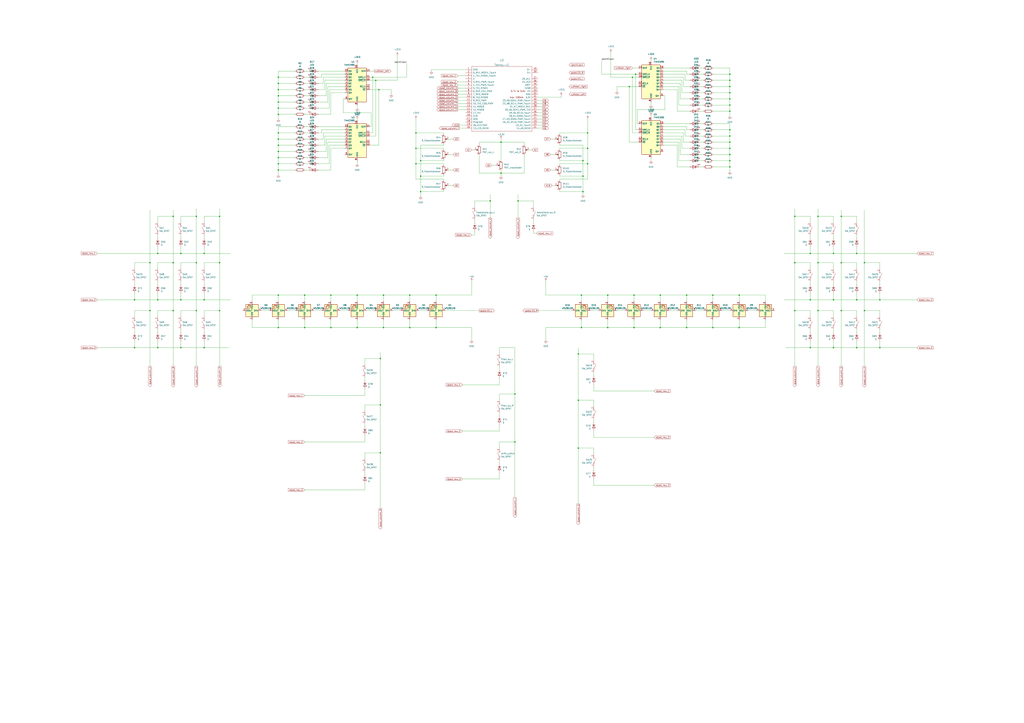
<source format=kicad_sch>
(kicad_sch (version 20230121) (generator eeschema)
  (paper "A1")
  (junction (at 563.88 269.24))
  (junction (at 358.14 269.24))
  (junction (at 110.49 285.75))
  (junction (at 722.63 246.38))
  (junction (at 599.44 86.36))
  (junction (at 228.6 129.54))
  (junction (at 599.44 76.2))
  (junction (at 499.11 242.57))
  (junction (at 411.48 142.24))
  (junction (at 148.59 246.38))
  (junction (at 345.44 157.48))
  (junction (at 161.29 177.8))
  (junction (at 665.48 246.38))
  (junction (at 499.11 269.24))
  (junction (at 703.58 208.28))
  (junction (at 703.58 285.75))
  (junction (at 599.44 81.28))
  (junction (at 341.63 109.22))
  (junction (at 142.24 177.8))
  (junction (at 228.6 109.22))
  (junction (at 477.52 269.24))
  (junction (at 599.44 71.12))
  (junction (at 129.54 285.75))
  (junction (at 306.07 63.5))
  (junction (at 271.78 242.57))
  (junction (at 312.42 332.74))
  (junction (at 167.64 246.38))
  (junction (at 228.6 139.7))
  (junction (at 599.44 137.16))
  (junction (at 684.53 246.38))
  (junction (at 250.19 269.24))
  (junction (at 167.64 285.75))
  (junction (at 336.55 269.24))
  (junction (at 228.6 68.58))
  (junction (at 482.6 121.92))
  (junction (at 161.29 255.27))
  (junction (at 477.52 242.57))
  (junction (at 123.19 215.9))
  (junction (at 228.6 63.5))
  (junction (at 123.19 255.27))
  (junction (at 599.44 106.68))
  (junction (at 336.55 242.57))
  (junction (at 314.96 242.57))
  (junction (at 709.93 215.9))
  (junction (at 312.42 372.11))
  (junction (at 599.44 60.96))
  (junction (at 585.47 242.57))
  (junction (at 671.83 215.9))
  (junction (at 671.83 177.8))
  (junction (at 161.29 215.9))
  (junction (at 542.29 242.57))
  (junction (at 521.97 60.96))
  (junction (at 474.98 328.93))
  (junction (at 228.6 269.24))
  (junction (at 250.19 242.57))
  (junction (at 599.44 91.44))
  (junction (at 665.48 208.28))
  (junction (at 345.44 144.78))
  (junction (at 228.6 242.57))
  (junction (at 341.63 121.92))
  (junction (at 142.24 255.27))
  (junction (at 314.96 269.24))
  (junction (at 228.6 83.82))
  (junction (at 684.53 285.75))
  (junction (at 341.63 134.62))
  (junction (at 228.6 73.66))
  (junction (at 690.88 255.27))
  (junction (at 690.88 177.8))
  (junction (at 411.48 116.84))
  (junction (at 542.29 269.24))
  (junction (at 585.47 269.24))
  (junction (at 709.93 255.27))
  (junction (at 271.78 269.24))
  (junction (at 607.06 269.24))
  (junction (at 228.6 78.74))
  (junction (at 312.42 294.64))
  (junction (at 129.54 208.28))
  (junction (at 180.34 255.27))
  (junction (at 110.49 246.38))
  (junction (at 293.37 242.57))
  (junction (at 516.89 71.12))
  (junction (at 599.44 121.92))
  (junction (at 345.44 132.08))
  (junction (at 228.6 114.3))
  (junction (at 599.44 127))
  (junction (at 671.83 255.27))
  (junction (at 520.7 242.57))
  (junction (at 228.6 134.62))
  (junction (at 422.91 363.22))
  (junction (at 722.63 285.75))
  (junction (at 474.98 368.3))
  (junction (at 599.44 116.84))
  (junction (at 482.6 134.62))
  (junction (at 652.78 177.8))
  (junction (at 422.91 323.85))
  (junction (at 425.45 165.1))
  (junction (at 703.58 246.38))
  (junction (at 478.79 144.78))
  (junction (at 519.43 63.5))
  (junction (at 293.37 269.24))
  (junction (at 142.24 215.9))
  (junction (at 180.34 177.8))
  (junction (at 482.6 109.22))
  (junction (at 402.59 165.1))
  (junction (at 520.7 269.24))
  (junction (at 311.15 73.66))
  (junction (at 607.06 242.57))
  (junction (at 228.6 119.38))
  (junction (at 148.59 285.75))
  (junction (at 690.88 215.9))
  (junction (at 308.61 66.04))
  (junction (at 474.98 290.83))
  (junction (at 129.54 246.38))
  (junction (at 684.53 208.28))
  (junction (at 358.14 242.57))
  (junction (at 652.78 255.27))
  (junction (at 563.88 242.57))
  (junction (at 478.79 132.08))
  (junction (at 228.6 88.9))
  (junction (at 167.64 208.28))
  (junction (at 652.78 215.9))
  (junction (at 665.48 285.75))
  (junction (at 599.44 111.76))
  (junction (at 180.34 215.9))
  (junction (at 599.44 132.08))
  (junction (at 228.6 124.46))
  (junction (at 478.79 157.48))
  (junction (at 599.44 66.04))
  (junction (at 148.59 208.28))
  (junction (at 228.6 93.98))
  (wire (pts (xy 652.78 177.8) (xy 652.78 215.9)))
  (wire (pts (xy 561.34 116.84) (xy 566.42 116.84)))
  (wire (pts (xy 254 63.5) (xy 250.19 63.5)))
  (wire (pts (xy 336.55 242.57) (xy 336.55 247.65)))
  (wire (pts (xy 293.37 242.57) (xy 314.96 242.57)))
  (wire (pts (xy 534.67 83.82) (xy 534.67 86.36)))
  (wire (pts (xy 267.97 124.46) (xy 261.62 124.46)))
  (wire (pts (xy 375.92 67.31) (xy 382.27 67.31)))
  (wire (pts (xy 434.34 123.19) (xy 436.88 123.19)))
  (wire (pts (xy 599.44 66.04) (xy 599.44 71.12)))
  (wire (pts (xy 368.3 127) (xy 372.11 127)))
  (wire (pts (xy 487.68 328.93) (xy 474.98 328.93)))
  (wire (pts (xy 544.83 101.6) (xy 566.42 101.6)))
  (wire (pts (xy 304.8 92.71) (xy 304.8 104.14)))
  (wire (pts (xy 563.88 269.24) (xy 542.29 269.24)))
  (wire (pts (xy 441.96 92.71) (xy 445.77 92.71)))
  (wire (pts (xy 585.47 86.36) (xy 599.44 86.36)))
  (wire (pts (xy 542.29 247.65) (xy 542.29 242.57)))
  (wire (pts (xy 684.53 231.14) (xy 684.53 233.68)))
  (wire (pts (xy 264.16 60.96) (xy 264.16 63.5)))
  (wire (pts (xy 560.07 66.04) (xy 560.07 76.2)))
  (wire (pts (xy 123.19 215.9) (xy 123.19 255.27)))
  (wire (pts (xy 469.9 255.27) (xy 441.96 255.27)))
  (wire (pts (xy 148.59 231.14) (xy 148.59 233.68)))
  (wire (pts (xy 364.49 148.59) (xy 364.49 147.32)))
  (wire (pts (xy 228.6 124.46) (xy 228.6 129.54)))
  (wire (pts (xy 389.89 190.5) (xy 389.89 193.04)))
  (wire (pts (xy 665.48 220.98) (xy 665.48 215.9)))
  (wire (pts (xy 411.48 142.24) (xy 411.48 144.78)))
  (wire (pts (xy 270.51 88.9) (xy 261.62 88.9)))
  (wire (pts (xy 270.51 73.66) (xy 270.51 88.9)))
  (wire (pts (xy 228.6 68.58) (xy 228.6 73.66)))
  (wire (pts (xy 283.21 119.38) (xy 270.51 119.38)))
  (wire (pts (xy 690.88 172.72) (xy 690.88 177.8)))
  (wire (pts (xy 129.54 280.67) (xy 129.54 285.75)))
  (wire (pts (xy 560.07 111.76) (xy 560.07 121.92)))
  (wire (pts (xy 542.29 269.24) (xy 520.7 269.24)))
  (wire (pts (xy 271.78 262.89) (xy 271.78 269.24)))
  (wire (pts (xy 599.44 137.16) (xy 599.44 140.97)))
  (wire (pts (xy 516.89 71.12) (xy 524.51 71.12)))
  (wire (pts (xy 129.54 208.28) (xy 148.59 208.28)))
  (wire (pts (xy 345.44 132.08) (xy 345.44 144.78)))
  (wire (pts (xy 281.94 81.28) (xy 281.94 92.71)))
  (wire (pts (xy 585.47 262.89) (xy 585.47 269.24)))
  (wire (pts (xy 123.19 255.27) (xy 123.19 300.99)))
  (wire (pts (xy 299.72 332.74) (xy 312.42 332.74)))
  (wire (pts (xy 345.44 144.78) (xy 364.49 144.78)))
  (wire (pts (xy 524.51 116.84) (xy 516.89 116.84)))
  (wire (pts (xy 161.29 177.8) (xy 161.29 215.9)))
  (wire (pts (xy 167.64 246.38) (xy 189.23 246.38)))
  (wire (pts (xy 207.01 242.57) (xy 228.6 242.57)))
  (wire (pts (xy 585.47 111.76) (xy 599.44 111.76)))
  (wire (pts (xy 242.57 134.62) (xy 228.6 134.62)))
  (wire (pts (xy 411.48 116.84) (xy 411.48 114.3)))
  (wire (pts (xy 563.88 242.57) (xy 542.29 242.57)))
  (wire (pts (xy 167.64 215.9) (xy 180.34 215.9)))
  (wire (pts (xy 142.24 177.8) (xy 142.24 215.9)))
  (wire (pts (xy 562.61 111.76) (xy 566.42 111.76)))
  (wire (pts (xy 671.83 171.45) (xy 671.83 177.8)))
  (wire (pts (xy 293.37 132.08) (xy 293.37 134.62)))
  (wire (pts (xy 364.49 135.89) (xy 364.49 134.62)))
  (wire (pts (xy 477.52 262.89) (xy 477.52 269.24)))
  (wire (pts (xy 684.53 260.35) (xy 684.53 255.27)))
  (wire (pts (xy 242.57 63.5) (xy 228.6 63.5)))
  (wire (pts (xy 452.12 127) (xy 455.93 127)))
  (wire (pts (xy 228.6 269.24) (xy 250.19 269.24)))
  (wire (pts (xy 368.3 152.4) (xy 372.11 152.4)))
  (wire (pts (xy 269.24 116.84) (xy 269.24 129.54)))
  (wire (pts (xy 684.53 208.28) (xy 665.48 208.28)))
  (wire (pts (xy 293.37 247.65) (xy 293.37 242.57)))
  (wire (pts (xy 228.6 139.7) (xy 228.6 143.51)))
  (wire (pts (xy 684.53 241.3) (xy 684.53 246.38)))
  (wire (pts (xy 448.31 269.24) (xy 448.31 279.4)))
  (wire (pts (xy 299.72 358.14) (xy 299.72 363.22)))
  (wire (pts (xy 364.49 156.21) (xy 364.49 157.48)))
  (wire (pts (xy 501.65 63.5) (xy 519.43 63.5)))
  (wire (pts (xy 487.68 398.78) (xy 537.21 398.78)))
  (wire (pts (xy 254 124.46) (xy 250.19 124.46)))
  (wire (pts (xy 228.6 88.9) (xy 228.6 93.98)))
  (wire (pts (xy 520.7 262.89) (xy 520.7 269.24)))
  (wire (pts (xy 574.04 60.96) (xy 577.85 60.96)))
  (wire (pts (xy 250.19 262.89) (xy 250.19 269.24)))
  (wire (pts (xy 722.63 280.67) (xy 722.63 285.75)))
  (wire (pts (xy 306.07 63.5) (xy 303.53 63.5)))
  (wire (pts (xy 709.93 255.27) (xy 709.93 300.99)))
  (wire (pts (xy 242.57 124.46) (xy 228.6 124.46)))
  (wire (pts (xy 519.43 109.22) (xy 519.43 63.5)))
  (wire (pts (xy 129.54 260.35) (xy 129.54 255.27)))
  (wire (pts (xy 558.8 81.28) (xy 566.42 81.28)))
  (wire (pts (xy 459.74 148.59) (xy 459.74 147.32)))
  (wire (pts (xy 599.44 106.68) (xy 599.44 111.76)))
  (wire (pts (xy 519.43 63.5) (xy 524.51 63.5)))
  (wire (pts (xy 254 68.58) (xy 250.19 68.58)))
  (wire (pts (xy 474.98 290.83) (xy 474.98 328.93)))
  (wire (pts (xy 377.19 105.41) (xy 382.27 105.41)))
  (wire (pts (xy 375.92 90.17) (xy 382.27 90.17)))
  (wire (pts (xy 281.94 92.71) (xy 304.8 92.71)))
  (wire (pts (xy 703.58 260.35) (xy 703.58 255.27)))
  (wire (pts (xy 129.54 270.51) (xy 129.54 273.05)))
  (wire (pts (xy 308.61 66.04) (xy 303.53 66.04)))
  (wire (pts (xy 148.59 215.9) (xy 161.29 215.9)))
  (wire (pts (xy 242.57 58.42) (xy 228.6 58.42)))
  (wire (pts (xy 250.19 242.57) (xy 250.19 247.65)))
  (wire (pts (xy 326.39 45.72) (xy 326.39 66.04)))
  (wire (pts (xy 607.06 242.57) (xy 607.06 247.65)))
  (wire (pts (xy 684.53 270.51) (xy 684.53 273.05)))
  (wire (pts (xy 561.34 63.5) (xy 561.34 71.12)))
  (wire (pts (xy 665.48 193.04) (xy 665.48 195.58)))
  (wire (pts (xy 387.35 193.04) (xy 389.89 193.04)))
  (wire (pts (xy 487.68 316.23) (xy 487.68 321.31)))
  (wire (pts (xy 312.42 372.11) (xy 312.42 417.83)))
  (wire (pts (xy 410.21 349.25) (xy 410.21 354.33)))
  (wire (pts (xy 250.19 402.59) (xy 299.72 402.59)))
  (wire (pts (xy 722.63 220.98) (xy 722.63 215.9)))
  (wire (pts (xy 422.91 285.75) (xy 422.91 323.85)))
  (wire (pts (xy 207.01 269.24) (xy 228.6 269.24)))
  (wire (pts (xy 703.58 208.28) (xy 753.11 208.28)))
  (wire (pts (xy 501.65 43.18) (xy 501.65 63.5)))
  (wire (pts (xy 585.47 242.57) (xy 585.47 247.65)))
  (wire (pts (xy 379.73 316.23) (xy 410.21 316.23)))
  (wire (pts (xy 364.49 118.11) (xy 364.49 119.38)))
  (wire (pts (xy 703.58 241.3) (xy 703.58 246.38)))
  (wire (pts (xy 387.35 123.19) (xy 389.89 123.19)))
  (wire (pts (xy 242.57 78.74) (xy 228.6 78.74)))
  (wire (pts (xy 556.26 73.66) (xy 556.26 91.44)))
  (wire (pts (xy 228.6 83.82) (xy 228.6 88.9)))
  (wire (pts (xy 279.4 255.27) (xy 285.75 255.27)))
  (wire (pts (xy 665.48 246.38) (xy 643.89 246.38)))
  (wire (pts (xy 345.44 157.48) (xy 345.44 161.29)))
  (wire (pts (xy 422.91 323.85) (xy 422.91 363.22)))
  (wire (pts (xy 544.83 60.96) (xy 562.61 60.96)))
  (wire (pts (xy 665.48 280.67) (xy 665.48 285.75)))
  (wire (pts (xy 129.54 182.88) (xy 129.54 177.8)))
  (wire (pts (xy 271.78 269.24) (xy 293.37 269.24)))
  (wire (pts (xy 148.59 246.38) (xy 167.64 246.38)))
  (wire (pts (xy 684.53 246.38) (xy 665.48 246.38)))
  (wire (pts (xy 558.8 68.58) (xy 558.8 81.28)))
  (wire (pts (xy 375.92 87.63) (xy 382.27 87.63)))
  (wire (pts (xy 341.63 134.62) (xy 364.49 134.62)))
  (wire (pts (xy 142.24 215.9) (xy 142.24 255.27)))
  (wire (pts (xy 482.6 134.62) (xy 459.74 134.62)))
  (wire (pts (xy 665.48 182.88) (xy 665.48 177.8)))
  (wire (pts (xy 281.94 81.28) (xy 283.21 81.28)))
  (wire (pts (xy 257.81 255.27) (xy 264.16 255.27)))
  (wire (pts (xy 341.63 121.92) (xy 341.63 134.62)))
  (wire (pts (xy 544.83 116.84) (xy 557.53 116.84)))
  (wire (pts (xy 461.01 80.01) (xy 461.01 78.74)))
  (wire (pts (xy 544.83 58.42) (xy 563.88 58.42)))
  (wire (pts (xy 563.88 242.57) (xy 563.88 247.65)))
  (wire (pts (xy 264.16 106.68) (xy 264.16 109.22)))
  (wire (pts (xy 574.04 91.44) (xy 577.85 91.44)))
  (wire (pts (xy 410.21 300.99) (xy 410.21 303.53)))
  (wire (pts (xy 379.73 393.7) (xy 410.21 393.7)))
  (wire (pts (xy 110.49 215.9) (xy 123.19 215.9)))
  (wire (pts (xy 557.53 116.84) (xy 557.53 132.08)))
  (wire (pts (xy 585.47 66.04) (xy 599.44 66.04)))
  (wire (pts (xy 703.58 285.75) (xy 684.53 285.75)))
  (wire (pts (xy 574.04 76.2) (xy 577.85 76.2)))
  (wire (pts (xy 254 104.14) (xy 250.19 104.14)))
  (wire (pts (xy 364.49 143.51) (xy 364.49 144.78)))
  (wire (pts (xy 148.59 182.88) (xy 148.59 177.8)))
  (wire (pts (xy 556.26 255.27) (xy 549.91 255.27)))
  (wire (pts (xy 628.65 262.89) (xy 628.65 269.24)))
  (wire (pts (xy 422.91 363.22) (xy 422.91 408.94)))
  (wire (pts (xy 254 83.82) (xy 250.19 83.82)))
  (wire (pts (xy 110.49 220.98) (xy 110.49 215.9)))
  (wire (pts (xy 690.88 255.27) (xy 690.88 300.99)))
  (wire (pts (xy 684.53 182.88) (xy 684.53 177.8)))
  (wire (pts (xy 599.44 91.44) (xy 599.44 95.25)))
  (wire (pts (xy 269.24 83.82) (xy 261.62 83.82)))
  (wire (pts (xy 167.64 270.51) (xy 167.64 273.05)))
  (wire (pts (xy 344.17 255.27) (xy 350.52 255.27)))
  (wire (pts (xy 110.49 280.67) (xy 110.49 285.75)))
  (wire (pts (xy 558.8 114.3) (xy 558.8 127)))
  (wire (pts (xy 585.47 242.57) (xy 563.88 242.57)))
  (wire (pts (xy 561.34 71.12) (xy 566.42 71.12)))
  (wire (pts (xy 709.93 172.72) (xy 709.93 215.9)))
  (wire (pts (xy 703.58 208.28) (xy 684.53 208.28)))
  (wire (pts (xy 482.6 134.62) (xy 482.6 147.32)))
  (wire (pts (xy 684.53 193.04) (xy 684.53 195.58)))
  (wire (pts (xy 562.61 60.96) (xy 562.61 66.04)))
  (wire (pts (xy 148.59 193.04) (xy 148.59 195.58)))
  (wire (pts (xy 314.96 262.89) (xy 314.96 269.24)))
  (wire (pts (xy 228.6 242.57) (xy 228.6 247.65)))
  (wire (pts (xy 542.29 262.89) (xy 542.29 269.24)))
  (wire (pts (xy 684.53 215.9) (xy 671.83 215.9)))
  (wire (pts (xy 585.47 101.6) (xy 599.44 101.6)))
  (wire (pts (xy 574.04 137.16) (xy 577.85 137.16)))
  (wire (pts (xy 430.53 142.24) (xy 411.48 142.24)))
  (wire (pts (xy 110.49 260.35) (xy 110.49 255.27)))
  (wire (pts (xy 314.96 242.57) (xy 336.55 242.57)))
  (wire (pts (xy 242.57 83.82) (xy 228.6 83.82)))
  (wire (pts (xy 228.6 114.3) (xy 228.6 119.38)))
  (wire (pts (xy 110.49 270.51) (xy 110.49 273.05)))
  (wire (pts (xy 375.92 74.93) (xy 382.27 74.93)))
  (wire (pts (xy 410.21 311.15) (xy 410.21 316.23)))
  (wire (pts (xy 599.44 111.76) (xy 599.44 116.84)))
  (wire (pts (xy 358.14 269.24) (xy 387.35 269.24)))
  (wire (pts (xy 123.19 172.72) (xy 123.19 215.9)))
  (wire (pts (xy 425.45 160.02) (xy 425.45 165.1)))
  (wire (pts (xy 487.68 321.31) (xy 537.21 321.31)))
  (wire (pts (xy 722.63 270.51) (xy 722.63 273.05)))
  (wire (pts (xy 562.61 66.04) (xy 566.42 66.04)))
  (wire (pts (xy 228.6 104.14) (xy 228.6 109.22)))
  (wire (pts (xy 375.92 69.85) (xy 382.27 69.85)))
  (wire (pts (xy 271.78 121.92) (xy 271.78 139.7)))
  (wire (pts (xy 303.53 119.38) (xy 311.15 119.38)))
  (wire (pts (xy 557.53 71.12) (xy 557.53 86.36)))
  (wire (pts (xy 180.34 215.9) (xy 180.34 255.27)))
  (wire (pts (xy 228.6 58.42) (xy 228.6 63.5)))
  (wire (pts (xy 478.79 119.38) (xy 459.74 119.38)))
  (wire (pts (xy 129.54 246.38) (xy 148.59 246.38)))
  (wire (pts (xy 665.48 231.14) (xy 665.48 233.68)))
  (wire (pts (xy 665.48 260.35) (xy 665.48 255.27)))
  (wire (pts (xy 556.26 91.44) (xy 566.42 91.44)))
  (wire (pts (xy 269.24 129.54) (xy 261.62 129.54)))
  (wire (pts (xy 228.6 73.66) (xy 228.6 78.74)))
  (wire (pts (xy 599.44 121.92) (xy 599.44 127)))
  (wire (pts (xy 129.54 215.9) (xy 142.24 215.9)))
  (wire (pts (xy 585.47 91.44) (xy 599.44 91.44)))
  (wire (pts (xy 574.04 111.76) (xy 577.85 111.76)))
  (wire (pts (xy 599.44 60.96) (xy 599.44 66.04)))
  (wire (pts (xy 516.89 116.84) (xy 516.89 71.12)))
  (wire (pts (xy 452.12 114.3) (xy 455.93 114.3)))
  (wire (pts (xy 80.01 208.28) (xy 129.54 208.28)))
  (wire (pts (xy 283.21 109.22) (xy 265.43 109.22)))
  (wire (pts (xy 167.64 203.2) (xy 167.64 208.28)))
  (wire (pts (xy 148.59 203.2) (xy 148.59 208.28)))
  (wire (pts (xy 599.44 255.27) (xy 593.09 255.27)))
  (wire (pts (xy 487.68 334.01) (xy 487.68 328.93)))
  (wire (pts (xy 228.6 129.54) (xy 228.6 134.62)))
  (wire (pts (xy 441.96 102.87) (xy 445.77 102.87)))
  (wire (pts (xy 299.72 309.88) (xy 299.72 312.42)))
  (wire (pts (xy 621.03 255.27) (xy 614.68 255.27)))
  (wire (pts (xy 379.73 354.33) (xy 410.21 354.33)))
  (wire (pts (xy 242.57 109.22) (xy 228.6 109.22)))
  (wire (pts (xy 303.53 109.22) (xy 306.07 109.22)))
  (wire (pts (xy 393.7 127) (xy 393.7 142.24)))
  (wire (pts (xy 129.54 177.8) (xy 142.24 177.8)))
  (wire (pts (xy 440.69 191.77) (xy 438.15 191.77)))
  (wire (pts (xy 266.7 66.04) (xy 266.7 73.66)))
  (wire (pts (xy 242.57 119.38) (xy 228.6 119.38)))
  (wire (pts (xy 506.73 71.12) (xy 506.73 74.93)))
  (wire (pts (xy 402.59 165.1) (xy 402.59 179.07)))
  (wire (pts (xy 474.98 368.3) (xy 474.98 414.02)))
  (wire (pts (xy 438.15 180.34) (xy 438.15 182.88)))
  (wire (pts (xy 478.79 144.78) (xy 459.74 144.78)))
  (wire (pts (xy 521.97 106.68) (xy 521.97 60.96)))
  (wire (pts (xy 441.96 105.41) (xy 445.77 105.41)))
  (wire (pts (xy 560.07 121.92) (xy 566.42 121.92)))
  (wire (pts (xy 129.54 231.14) (xy 129.54 233.68)))
  (wire (pts (xy 167.64 285.75) (xy 187.96 285.75)))
  (wire (pts (xy 264.16 63.5) (xy 261.62 63.5)))
  (wire (pts (xy 544.83 119.38) (xy 556.26 119.38)))
  (wire (pts (xy 334.01 63.5) (xy 306.07 63.5)))
  (wire (pts (xy 242.57 68.58) (xy 228.6 68.58)))
  (wire (pts (xy 299.72 387.35) (xy 299.72 389.89)))
  (wire (pts (xy 283.21 114.3) (xy 267.97 114.3)))
  (wire (pts (xy 345.44 119.38) (xy 364.49 119.38)))
  (wire (pts (xy 452.12 139.7) (xy 455.93 139.7)))
  (wire (pts (xy 110.49 285.75) (xy 129.54 285.75)))
  (wire (pts (xy 266.7 111.76) (xy 266.7 119.38)))
  (wire (pts (xy 264.16 109.22) (xy 261.62 109.22)))
  (wire (pts (xy 161.29 171.45) (xy 161.29 177.8)))
  (wire (pts (xy 148.59 255.27) (xy 161.29 255.27)))
  (wire (pts (xy 267.97 68.58) (xy 267.97 78.74)))
  (wire (pts (xy 375.92 85.09) (xy 382.27 85.09)))
  (wire (pts (xy 411.48 116.84) (xy 411.48 132.08)))
  (wire (pts (xy 599.44 132.08) (xy 599.44 137.16)))
  (wire (pts (xy 585.47 137.16) (xy 599.44 137.16)))
  (wire (pts (xy 425.45 165.1) (xy 425.45 179.07)))
  (wire (pts (xy 254 139.7) (xy 250.19 139.7)))
  (wire (pts (xy 478.79 119.38) (xy 478.79 132.08)))
  (wire (pts (xy 148.59 177.8) (xy 161.29 177.8)))
  (wire (pts (xy 599.44 116.84) (xy 599.44 121.92)))
  (wire (pts (xy 283.21 58.42) (xy 261.62 58.42)))
  (wire (pts (xy 585.47 106.68) (xy 599.44 106.68)))
  (wire (pts (xy 254 134.62) (xy 250.19 134.62)))
  (wire (pts (xy 293.37 86.36) (xy 293.37 88.9)))
  (wire (pts (xy 585.47 132.08) (xy 599.44 132.08)))
  (wire (pts (xy 487.68 295.91) (xy 487.68 290.83)))
  (wire (pts (xy 368.3 114.3) (xy 372.11 114.3)))
  (wire (pts (xy 703.58 231.14) (xy 703.58 233.68)))
  (wire (pts (xy 478.79 132.08) (xy 478.79 144.78)))
  (wire (pts (xy 599.44 101.6) (xy 599.44 106.68)))
  (wire (pts (xy 254 114.3) (xy 250.19 114.3)))
  (wire (pts (xy 703.58 246.38) (xy 684.53 246.38)))
  (wire (pts (xy 336.55 262.89) (xy 336.55 269.24)))
  (wire (pts (xy 80.01 285.75) (xy 110.49 285.75)))
  (wire (pts (xy 544.83 66.04) (xy 560.07 66.04)))
  (wire (pts (xy 321.31 73.66) (xy 321.31 77.47)))
  (wire (pts (xy 228.6 78.74) (xy 228.6 83.82)))
  (wire (pts (xy 364.49 110.49) (xy 364.49 109.22)))
  (wire (pts (xy 441.96 95.25) (xy 445.77 95.25)))
  (wire (pts (xy 703.58 215.9) (xy 690.88 215.9)))
  (wire (pts (xy 242.57 139.7) (xy 228.6 139.7)))
  (wire (pts (xy 703.58 193.04) (xy 703.58 195.58)))
  (wire (pts (xy 228.6 93.98) (xy 228.6 97.79)))
  (wire (pts (xy 690.88 215.9) (xy 690.88 255.27)))
  (wire (pts (xy 491.49 255.27) (xy 485.14 255.27)))
  (wire (pts (xy 628.65 269.24) (xy 607.06 269.24)))
  (wire (pts (xy 271.78 242.57) (xy 293.37 242.57)))
  (wire (pts (xy 494.03 60.96) (xy 521.97 60.96)))
  (wire (pts (xy 265.43 63.5) (xy 265.43 68.58)))
  (wire (pts (xy 487.68 290.83) (xy 474.98 290.83)))
  (wire (pts (xy 300.99 255.27) (xy 307.34 255.27)))
  (wire (pts (xy 544.83 68.58) (xy 558.8 68.58)))
  (wire (pts (xy 358.14 242.57) (xy 387.35 242.57)))
  (wire (pts (xy 80.01 246.38) (xy 110.49 246.38)))
  (wire (pts (xy 665.48 203.2) (xy 665.48 208.28)))
  (wire (pts (xy 283.21 104.14) (xy 261.62 104.14)))
  (wire (pts (xy 299.72 320.04) (xy 299.72 325.12)))
  (wire (pts (xy 345.44 144.78) (xy 345.44 157.48)))
  (wire (pts (xy 345.44 119.38) (xy 345.44 132.08)))
  (wire (pts (xy 544.83 104.14) (xy 563.88 104.14)))
  (wire (pts (xy 574.04 101.6) (xy 577.85 101.6)))
  (wire (pts (xy 523.24 90.17) (xy 523.24 101.6)))
  (wire (pts (xy 393.7 116.84) (xy 411.48 116.84)))
  (wire (pts (xy 459.74 143.51) (xy 459.74 144.78)))
  (wire (pts (xy 254 58.42) (xy 250.19 58.42)))
  (wire (pts (xy 482.6 147.32) (xy 459.74 147.32)))
  (wire (pts (xy 411.48 139.7) (xy 411.48 142.24)))
  (wire (pts (xy 441.96 85.09) (xy 445.77 85.09)))
  (wire (pts (xy 250.19 269.24) (xy 271.78 269.24)))
  (wire (pts (xy 557.53 86.36) (xy 566.42 86.36)))
  (wire (pts (xy 375.92 80.01) (xy 382.27 80.01)))
  (wire (pts (xy 722.63 215.9) (xy 709.93 215.9)))
  (wire (pts (xy 544.83 109.22) (xy 561.34 109.22)))
  (wire (pts (xy 599.44 81.28) (xy 599.44 86.36)))
  (wire (pts (xy 341.63 97.79) (xy 341.63 109.22)))
  (wire (pts (xy 312.42 332.74) (xy 312.42 372.11)))
  (wire (pts (xy 753.11 285.75) (xy 722.63 285.75)))
  (wire (pts (xy 242.57 73.66) (xy 228.6 73.66)))
  (wire (pts (xy 607.06 242.57) (xy 585.47 242.57)))
  (wire (pts (xy 364.49 123.19) (xy 364.49 121.92)))
  (wire (pts (xy 299.72 337.82) (xy 299.72 332.74)))
  (wire (pts (xy 684.53 177.8) (xy 671.83 177.8)))
  (wire (pts (xy 254 109.22) (xy 250.19 109.22)))
  (wire (pts (xy 544.83 63.5) (xy 561.34 63.5)))
  (wire (pts (xy 441.96 97.79) (xy 445.77 97.79)))
  (wire (pts (xy 336.55 242.57) (xy 358.14 242.57)))
  (wire (pts (xy 306.07 109.22) (xy 306.07 63.5)))
  (wire (pts (xy 283.21 66.04) (xy 266.7 66.04)))
  (wire (pts (xy 242.57 114.3) (xy 228.6 114.3)))
  (wire (pts (xy 684.53 280.67) (xy 684.53 285.75)))
  (wire (pts (xy 271.78 93.98) (xy 261.62 93.98)))
  (wire (pts (xy 585.47 71.12) (xy 599.44 71.12)))
  (wire (pts (xy 560.07 76.2) (xy 566.42 76.2)))
  (wire (pts (xy 652.78 255.27) (xy 652.78 300.99)))
  (wire (pts (xy 129.54 241.3) (xy 129.54 246.38)))
  (wire (pts (xy 387.35 269.24) (xy 387.35 279.4)))
  (wire (pts (xy 283.21 111.76) (xy 266.7 111.76)))
  (wire (pts (xy 148.59 208.28) (xy 167.64 208.28)))
  (wire (pts (xy 585.47 116.84) (xy 599.44 116.84)))
  (wire (pts (xy 487.68 368.3) (xy 474.98 368.3)))
  (wire (pts (xy 254 88.9) (xy 250.19 88.9)))
  (wire (pts (xy 544.83 106.68) (xy 562.61 106.68)))
  (wire (pts (xy 283.21 121.92) (xy 271.78 121.92)))
  (wire (pts (xy 254 78.74) (xy 250.19 78.74)))
  (wire (pts (xy 283.21 71.12) (xy 269.24 71.12)))
  (wire (pts (xy 690.88 177.8) (xy 690.88 215.9)))
  (wire (pts (xy 236.22 255.27) (xy 242.57 255.27)))
  (wire (pts (xy 459.74 135.89) (xy 459.74 134.62)))
  (wire (pts (xy 487.68 344.17) (xy 487.68 346.71)))
  (wire (pts (xy 393.7 142.24) (xy 411.48 142.24)))
  (wire (pts (xy 167.64 177.8) (xy 180.34 177.8)))
  (wire (pts (xy 722.63 231.14) (xy 722.63 233.68)))
  (wire (pts (xy 562.61 106.68) (xy 562.61 111.76)))
  (wire (pts (xy 459.74 110.49) (xy 459.74 109.22)))
  (wire (pts (xy 478.79 132.08) (xy 459.74 132.08)))
  (wire (pts (xy 161.29 215.9) (xy 161.29 255.27)))
  (wire (pts (xy 254 119.38) (xy 250.19 119.38)))
  (wire (pts (xy 283.21 63.5) (xy 265.43 63.5)))
  (wire (pts (xy 665.48 285.75) (xy 645.16 285.75)))
  (wire (pts (xy 312.42 294.64) (xy 312.42 332.74)))
  (wire (pts (xy 410.21 290.83) (xy 410.21 285.75)))
  (wire (pts (xy 283.21 73.66) (xy 270.51 73.66)))
  (wire (pts (xy 499.11 242.57) (xy 499.11 247.65)))
  (wire (pts (xy 544.83 111.76) (xy 560.07 111.76)))
  (wire (pts (xy 326.39 66.04) (xy 308.61 66.04)))
  (wire (pts (xy 482.6 109.22) (xy 482.6 121.92)))
  (wire (pts (xy 336.55 269.24) (xy 358.14 269.24)))
  (wire (pts (xy 652.78 171.45) (xy 652.78 177.8)))
  (wire (pts (xy 180.34 255.27) (xy 180.34 300.99)))
  (wire (pts (xy 665.48 241.3) (xy 665.48 246.38)))
  (wire (pts (xy 270.51 134.62) (xy 261.62 134.62)))
  (wire (pts (xy 494.03 49.53) (xy 494.03 60.96)))
  (wire (pts (xy 270.51 119.38) (xy 270.51 134.62)))
  (wire (pts (xy 577.85 255.27) (xy 571.5 255.27)))
  (wire (pts (xy 207.01 262.89) (xy 207.01 269.24)))
  (wire (pts (xy 574.04 86.36) (xy 577.85 86.36)))
  (wire (pts (xy 250.19 242.57) (xy 271.78 242.57)))
  (wire (pts (xy 671.83 255.27) (xy 671.83 300.99)))
  (wire (pts (xy 474.98 285.75) (xy 474.98 290.83)))
  (wire (pts (xy 556.26 119.38) (xy 556.26 137.16)))
  (wire (pts (xy 167.64 182.88) (xy 167.64 177.8)))
  (wire (pts (xy 585.47 60.96) (xy 599.44 60.96)))
  (wire (pts (xy 487.68 359.41) (xy 537.21 359.41)))
  (wire (pts (xy 265.43 68.58) (xy 261.62 68.58)))
  (wire (pts (xy 722.63 260.35) (xy 722.63 255.27)))
  (wire (pts (xy 242.57 129.54) (xy 228.6 129.54)))
  (wire (pts (xy 271.78 139.7) (xy 261.62 139.7)))
  (wire (pts (xy 477.52 269.24) (xy 448.31 269.24)))
  (wire (pts (xy 478.79 157.48) (xy 478.79 160.02)))
  (wire (pts (xy 652.78 215.9) (xy 652.78 255.27)))
  (wire (pts (xy 167.64 260.35) (xy 167.64 255.27)))
  (wire (pts (xy 299.72 397.51) (xy 299.72 402.59)))
  (wire (pts (xy 254 129.54) (xy 250.19 129.54)))
  (wire (pts (xy 599.44 127) (xy 599.44 132.08)))
  (wire (pts (xy 283.21 106.68) (xy 264.16 106.68)))
  (wire (pts (xy 129.54 255.27) (xy 142.24 255.27)))
  (wire (pts (xy 628.65 242.57) (xy 607.06 242.57)))
  (wire (pts (xy 283.21 76.2) (xy 271.78 76.2)))
  (wire (pts (xy 410.21 378.46) (xy 410.21 381)))
  (wire (pts (xy 585.47 81.28) (xy 599.44 81.28)))
  (wire (pts (xy 311.15 119.38) (xy 311.15 73.66)))
  (wire (pts (xy 299.72 347.98) (xy 299.72 350.52)))
  (wire (pts (xy 341.63 109.22) (xy 364.49 109.22)))
  (wire (pts (xy 110.49 241.3) (xy 110.49 246.38)))
  (wire (pts (xy 499.11 262.89) (xy 499.11 269.24)))
  (wire (pts (xy 271.78 76.2) (xy 271.78 93.98)))
  (wire (pts (xy 250.19 363.22) (xy 299.72 363.22)))
  (wire (pts (xy 228.6 134.62) (xy 228.6 139.7)))
  (wire (pts (xy 459.74 156.21) (xy 459.74 157.48)))
  (wire (pts (xy 129.54 193.04) (xy 129.54 195.58)))
  (wire (pts (xy 129.54 220.98) (xy 129.54 215.9)))
  (wire (pts (xy 703.58 177.8) (xy 690.88 177.8)))
  (wire (pts (xy 453.39 152.4) (xy 455.93 152.4)))
  (wire (pts (xy 303.53 58.42) (xy 307.34 58.42)))
  (wire (pts (xy 110.49 246.38) (xy 129.54 246.38)))
  (wire (pts (xy 358.14 242.57) (xy 358.14 247.65)))
  (wire (pts (xy 487.68 354.33) (xy 487.68 359.41)))
  (wire (pts (xy 703.58 280.67) (xy 703.58 285.75)))
  (wire (pts (xy 293.37 97.79) (xy 293.37 99.06)))
  (wire (pts (xy 703.58 255.27) (xy 690.88 255.27)))
  (wire (pts (xy 389.89 170.18) (xy 389.89 165.1)))
  (wire (pts (xy 546.1 78.74) (xy 544.83 78.74)))
  (wire (pts (xy 410.21 323.85) (xy 422.91 323.85)))
  (wire (pts (xy 599.44 76.2) (xy 599.44 81.28)))
  (wire (pts (xy 574.04 132.08) (xy 577.85 132.08)))
  (wire (pts (xy 110.49 255.27) (xy 123.19 255.27)))
  (wire (pts (xy 542.29 242.57) (xy 520.7 242.57)))
  (wire (pts (xy 180.34 177.8) (xy 180.34 215.9)))
  (wire (pts (xy 438.15 165.1) (xy 425.45 165.1)))
  (wire (pts (xy 561.34 109.22) (xy 561.34 116.84)))
  (wire (pts (xy 478.79 144.78) (xy 478.79 157.48)))
  (wire (pts (xy 110.49 231.14) (xy 110.49 233.68)))
  (wire (pts (xy 482.6 109.22) (xy 459.74 109.22)))
  (wire (pts (xy 546.1 90.17) (xy 523.24 90.17)))
  (wire (pts (xy 161.29 255.27) (xy 161.29 300.99)))
  (wire (pts (xy 482.6 97.79) (xy 482.6 109.22)))
  (wire (pts (xy 524.51 109.22) (xy 519.43 109.22)))
  (wire (pts (xy 671.83 215.9) (xy 671.83 255.27)))
  (wire (pts (xy 585.47 55.88) (xy 599.44 55.88)))
  (wire (pts (xy 341.63 109.22) (xy 341.63 121.92)))
  (wire (pts (xy 703.58 182.88) (xy 703.58 177.8)))
  (wire (pts (xy 293.37 269.24) (xy 314.96 269.24)))
  (wire (pts (xy 354.33 57.15) (xy 354.33 58.42)))
  (wire (pts (xy 513.08 255.27) (xy 506.73 255.27)))
  (wire (pts (xy 267.97 114.3) (xy 267.97 124.46)))
  (wire (pts (xy 393.7 119.38) (xy 393.7 116.84)))
  (wire (pts (xy 228.6 109.22) (xy 228.6 114.3)))
  (wire (pts (xy 266.7 119.38) (xy 261.62 119.38)))
  (wire (pts (xy 665.48 208.28) (xy 643.89 208.28)))
  (wire (pts (xy 459.74 123.19) (xy 459.74 121.92)))
  (wire (pts (xy 299.72 299.72) (xy 299.72 294.64)))
  (wire (pts (xy 228.6 262.89) (xy 228.6 269.24)))
  (wire (pts (xy 283.21 60.96) (xy 264.16 60.96)))
  (wire (pts (xy 304.8 104.14) (xy 303.53 104.14)))
  (wire (pts (xy 375.92 62.23) (xy 382.27 62.23)))
  (wire (pts (xy 148.59 280.67) (xy 148.59 285.75)))
  (wire (pts (xy 167.64 241.3) (xy 167.64 246.38)))
  (wire (pts (xy 753.11 246.38) (xy 722.63 246.38)))
  (wire (pts (xy 574.04 121.92) (xy 577.85 121.92)))
  (wire (pts (xy 167.64 220.98) (xy 167.64 215.9)))
  (wire (pts (xy 271.78 242.57) (xy 271.78 247.65)))
  (wire (pts (xy 477.52 242.57) (xy 448.31 242.57)))
  (wire (pts (xy 314.96 242.57) (xy 314.96 247.65)))
  (wire (pts (xy 558.8 127) (xy 566.42 127)))
  (wire (pts (xy 267.97 78.74) (xy 261.62 78.74)))
  (wire (pts (xy 438.15 170.18) (xy 438.15 165.1)))
  (wire (pts (xy 265.43 109.22) (xy 265.43 114.3)))
  (wire (pts (xy 544.83 114.3) (xy 558.8 114.3)))
  (wire (pts (xy 523.24 101.6) (xy 524.51 101.6)))
  (wire (pts (xy 207.01 242.57) (xy 207.01 247.65)))
  (wire (pts (xy 341.63 147.32) (xy 364.49 147.32)))
  (wire (pts (xy 506.73 71.12) (xy 516.89 71.12)))
  (wire (pts (xy 265.43 114.3) (xy 261.62 114.3)))
  (wire (pts (xy 142.24 172.72) (xy 142.24 177.8)))
  (wire (pts (xy 563.88 262.89) (xy 563.88 269.24)))
  (wire (pts (xy 345.44 157.48) (xy 364.49 157.48)))
  (wire (pts (xy 628.65 242.57) (xy 628.65 247.65)))
  (wire (pts (xy 574.04 81.28) (xy 577.85 81.28)))
  (wire (pts (xy 544.83 71.12) (xy 557.53 71.12)))
  (wire (pts (xy 574.04 55.88) (xy 577.85 55.88)))
  (wire (pts (xy 441.96 90.17) (xy 445.77 90.17)))
  (wire (pts (xy 574.04 66.04) (xy 577.85 66.04)))
  (wire (pts (xy 534.67 255.27) (xy 528.32 255.27)))
  (wire (pts (xy 269.24 71.12) (xy 269.24 83.82)))
  (wire (pts (xy 308.61 111.76) (xy 308.61 66.04)))
  (wire (pts (xy 250.19 325.12) (xy 299.72 325.12)))
  (wire (pts (xy 283.21 116.84) (xy 269.24 116.84)))
  (wire (pts (xy 722.63 285.75) (xy 703.58 285.75)))
  (wire (pts (xy 410.21 363.22) (xy 422.91 363.22)))
  (wire (pts (xy 254 73.66) (xy 250.19 73.66)))
  (wire (pts (xy 599.44 71.12) (xy 599.44 76.2)))
  (wire (pts (xy 499.11 269.24) (xy 477.52 269.24)))
  (wire (pts (xy 341.63 121.92) (xy 364.49 121.92)))
  (wire (pts (xy 665.48 177.8) (xy 652.78 177.8)))
  (wire (pts (xy 410.21 368.3) (xy 410.21 363.22)))
  (wire (pts (xy 563.88 58.42) (xy 563.88 60.96)))
  (wire (pts (xy 148.59 241.3) (xy 148.59 246.38)))
  (wire (pts (xy 167.64 255.27) (xy 180.34 255.27)))
  (wire (pts (xy 599.44 55.88) (xy 599.44 60.96)))
  (wire (pts (xy 375.92 82.55) (xy 382.27 82.55)))
  (wire (pts (xy 563.88 104.14) (xy 563.88 106.68)))
  (wire (pts (xy 703.58 220.98) (xy 703.58 215.9)))
  (wire (pts (xy 448.31 231.14) (xy 448.31 242.57)))
  (wire (pts (xy 403.86 135.89) (xy 407.67 135.89)))
  (wire (pts (xy 254 93.98) (xy 250.19 93.98)))
  (wire (pts (xy 148.59 285.75) (xy 167.64 285.75)))
  (wire (pts (xy 180.34 171.45) (xy 180.34 177.8)))
  (wire (pts (xy 167.64 193.04) (xy 167.64 195.58)))
  (wire (pts (xy 312.42 289.56) (xy 312.42 294.64)))
  (wire (pts (xy 242.57 104.14) (xy 228.6 104.14)))
  (wire (pts (xy 557.53 132.08) (xy 566.42 132.08)))
  (wire (pts (xy 546.1 78.74) (xy 546.1 90.17)))
  (wire (pts (xy 607.06 262.89) (xy 607.06 269.24)))
  (wire (pts (xy 365.76 255.27) (xy 393.7 255.27)))
  (wire (pts (xy 524.51 106.68) (xy 521.97 106.68)))
  (wire (pts (xy 519.43 55.88) (xy 524.51 55.88)))
  (wire (pts (xy 293.37 262.89) (xy 293.37 269.24)))
  (wire (pts (xy 703.58 270.51) (xy 703.58 273.05)))
  (wire (pts (xy 487.68 373.38) (xy 487.68 368.3)))
  (wire (pts (xy 228.6 119.38) (xy 228.6 124.46)))
  (wire (pts (xy 665.48 215.9) (xy 652.78 215.9)))
  (wire (pts (xy 387.35 231.14) (xy 387.35 242.57)))
  (wire (pts (xy 441.96 82.55) (xy 445.77 82.55)))
  (wire (pts (xy 487.68 383.54) (xy 487.68 386.08)))
  (wire (pts (xy 684.53 255.27) (xy 671.83 255.27)))
  (wire (pts (xy 334.01 52.07) (xy 334.01 63.5)))
  (wire (pts (xy 266.7 73.66) (xy 261.62 73.66)))
  (wire (pts (xy 345.44 132.08) (xy 364.49 132.08)))
  (wire (pts (xy 368.3 139.7) (xy 372.11 139.7)))
  (wire (pts (xy 382.27 57.15) (xy 354.33 57.15)))
  (wire (pts (xy 544.83 73.66) (xy 556.26 73.66)))
  (wire (pts (xy 487.68 306.07) (xy 487.68 308.61)))
  (wire (pts (xy 487.68 393.7) (xy 487.68 398.78)))
  (wire (pts (xy 703.58 203.2) (xy 703.58 208.28)))
  (wire (pts (xy 574.04 127) (xy 577.85 127)))
  (wire (pts (xy 474.98 328.93) (xy 474.98 368.3)))
  (wire (pts (xy 148.59 260.35) (xy 148.59 255.27)))
  (wire (pts (xy 283.21 68.58) (xy 267.97 68.58)))
  (wire (pts (xy 389.89 180.34) (xy 389.89 182.88)))
  (wire (pts (xy 410.21 388.62) (xy 410.21 393.7)))
  (wire (pts (xy 665.48 255.27) (xy 652.78 255.27)))
  (wire (pts (xy 544.83 55.88) (xy 566.42 55.88)))
  (wire (pts (xy 148.59 220.98) (xy 148.59 215.9)))
  (wire (pts (xy 585.47 127) (xy 599.44 127)))
  (wire (pts (xy 520.7 269.24) (xy 499.11 269.24)))
  (wire (pts (xy 441.96 100.33) (xy 445.77 100.33)))
  (wire (pts (xy 129.54 285.75) (xy 148.59 285.75)))
  (wire (pts (xy 534.67 129.54) (xy 534.67 132.08)))
  (wire (pts (xy 377.19 102.87) (xy 382.27 102.87)))
  (wire (pts (xy 410.21 339.09) (xy 410.21 341.63)))
  (wire (pts (xy 293.37 52.07) (xy 293.37 53.34)))
  (wire (pts (xy 478.79 157.48) (xy 459.74 157.48)))
  (wire (pts (xy 167.64 208.28) (xy 189.23 208.28)))
  (wire (pts (xy 574.04 116.84) (xy 577.85 116.84)))
  (wire (pts (xy 299.72 372.11) (xy 312.42 372.11)))
  (wire (pts (xy 585.47 76.2) (xy 599.44 76.2)))
  (wire (pts (xy 389.89 165.1) (xy 402.59 165.1)))
  (wire (pts (xy 441.96 87.63) (xy 445.77 87.63)))
  (wire (pts (xy 438.15 190.5) (xy 438.15 191.77)))
  (wire (pts (xy 482.6 121.92) (xy 482.6 134.62)))
  (wire (pts (xy 410.21 328.93) (xy 410.21 323.85)))
  (wire (pts (xy 167.64 231.14) (xy 167.64 233.68)))
  (wire (pts (xy 375.92 72.39) (xy 382.27 72.39)))
  (wire (pts (xy 585.47 121.92) (xy 599.44 121.92)))
  (wire (pts (xy 299.72 377.19) (xy 299.72 372.11)))
  (wire (pts (xy 520.7 242.57) (xy 520.7 247.65)))
  (wire (pts (xy 322.58 255.27) (xy 328.93 255.27)))
  (wire (pts (xy 299.72 294.64) (xy 312.42 294.64)))
  (wire (pts (xy 321.31 73.66) (xy 311.15 73.66)))
  (wire (pts (xy 303.53 111.76) (xy 308.61 111.76)))
  (wire (pts (xy 563.88 60.96) (xy 566.42 60.96)))
  (wire (pts (xy 214.63 255.27) (xy 220.98 255.27)))
  (wire (pts (xy 410.21 285.75) (xy 422.91 285.75)))
  (wire (pts (xy 459.74 118.11) (xy 459.74 119.38)))
  (wire (pts (xy 482.6 121.92) (xy 459.74 121.92)))
  (wire (pts (xy 364.49 130.81) (xy 364.49 132.08)))
  (wire (pts (xy 441.96 80.01) (xy 461.01 80.01)))
  (wire (pts (xy 499.11 242.57) (xy 477.52 242.57)))
  (wire (pts (xy 459.74 130.81) (xy 459.74 132.08)))
  (wire (pts (xy 142.24 255.27) (xy 142.24 300.99)))
  (wire (pts (xy 402.59 160.02) (xy 402.59 165.1)))
  (wire (pts (xy 534.67 95.25) (xy 534.67 96.52)))
  (wire (pts (xy 311.15 73.66) (xy 303.53 73.66)))
  (wire (pts (xy 430.53 127) (xy 430.53 142.24)))
  (wire (pts (xy 722.63 241.3) (xy 722.63 246.38)))
  (wire (pts (xy 228.6 63.5) (xy 228.6 68.58)))
  (wire (pts (xy 556.26 137.16) (xy 566.42 137.16)))
  (wire (pts (xy 574.04 71.12) (xy 577.85 71.12)))
  (wire (pts (xy 684.53 220.98) (xy 684.53 215.9)))
  (wire (pts (xy 242.57 93.98) (xy 228.6 93.98)))
  (wire (pts (xy 242.57 88.9) (xy 228.6 88.9)))
  (wire (pts (xy 684.53 203.2) (xy 684.53 208.28)))
  (wire (pts (xy 665.48 270.51) (xy 665.48 273.05)))
  (wire (pts (xy 430.53 119.38) (xy 430.53 116.84)))
  (wire (pts (xy 375.92 77.47) (xy 382.27 77.47)))
  (wire (pts (xy 534.67 49.53) (xy 534.67 50.8)))
  (wire (pts (xy 167.64 280.67) (xy 167.64 285.75)))
  (wire (pts (xy 709.93 215.9) (xy 709.93 255.27)))
  (wire (pts (xy 722.63 246.38) (xy 703.58 246.38)))
  (wire (pts (xy 520.7 242.57) (xy 499.11 242.57)))
  (wire (pts (xy 148.59 270.51) (xy 148.59 273.05)))
  (wire (pts (xy 574.04 106.68) (xy 577.85 106.68)))
  (wire (pts (xy 477.52 242.57) (xy 477.52 247.65)))
  (wire (pts (xy 411.48 116.84) (xy 430.53 116.84)))
  (wire (pts (xy 129.54 203.2) (xy 129.54 208.28)))
  (wire (pts (xy 358.14 262.89) (xy 358.14 269.24)))
  (wire (pts (xy 228.6 242.57) (xy 250.19 242.57)))
  (wire (pts (xy 599.44 86.36) (xy 599.44 91.44)))
  (wire (pts (xy 684.53 285.75) (xy 665.48 285.75)))
  (wire (pts (xy 671.83 177.8) (xy 671.83 215.9)))
  (wire (pts (xy 341.63 134.62) (xy 341.63 147.32)))
  (wire (pts (xy 521.97 60.96) (xy 524.51 60.96)))
  (wire (pts (xy 585.47 269.24) (xy 563.88 269.24)))
  (wire (pts (xy 607.06 269.24) (xy 585.47 269.24)))
  (wire (pts (xy 722.63 255.27) (xy 709.93 255.27)))
  (wire (pts (xy 314.96 269.24) (xy 336.55 269.24)))
  (wire (pts (xy 563.88 106.68) (xy 566.42 106.68)))
  (label "latchClock" (at 494.03 49.53 0))
  (label "latchClock" (at 334.01 52.07 180))
  (global_label "dpad_column_I" (shape output) (at 377.19 105.41 180) (property "Intersheetrefs" "${INTERSHEET_REFS}" (effects hide)))
  (global_label "A1" (shape output) (at 445.77 102.87 0) (property "Intersheetrefs" "${INTERSHEET_REFS}" (effects hide)))
  (global_label "dpad_row_1" (shape input) (at 379.73 316.23 180) (property "Intersheetrefs" "${INTERSHEET_REFS}" (effects hide)))
  (global_label "A4" (shape input) (at 372.11 127 0) (property "Intersheetrefs" "${INTERSHEET_REFS}" (effects hide)))
  (global_label "padsLED_R" (shape output) (at 441.96 255.27 180) (property "Intersheetrefs" "${INTERSHEET_REFS}" (effects hide)))
  (global_label "dpad_column_A" (shape output) (at 123.19 300.99 270) (property "Intersheetrefs" "${INTERSHEET_REFS}" (effects hide)))
  (global_label "A6" (shape output) (at 445.77 90.17 0) (property "Intersheetrefs" "${INTERSHEET_REFS}" (effects hide)))
  (global_label "A1" (shape input) (at 387.35 123.19 180) (property "Intersheetrefs" "${INTERSHEET_REFS}" (effects hide)))
  (global_label "dpad_row_2" (shape input) (at 375.92 67.31 180) (property "Intersheetrefs" "${INTERSHEET_REFS}" (effects hide)))
  (global_label "vuMeter_right" (shape input) (at 467.36 71.12 0) (property "Intersheetrefs" "${INTERSHEET_REFS}" (effects hide)))
  (global_label "A6" (shape input) (at 372.11 152.4 0) (property "Intersheetrefs" "${INTERSHEET_REFS}" (effects hide)))
  (global_label "dpad_column_B" (shape output) (at 375.92 74.93 180) (property "Intersheetrefs" "${INTERSHEET_REFS}" (effects hide)))
  (global_label "dpad_row_1" (shape input) (at 250.19 325.12 180) (property "Intersheetrefs" "${INTERSHEET_REFS}" (effects hide)))
  (global_label "dpad_column_E" (shape output) (at 375.92 82.55 180) (property "Intersheetrefs" "${INTERSHEET_REFS}" (effects hide)))
  (global_label "dpad_row_3" (shape input) (at 375.92 69.85 180) (property "Intersheetrefs" "${INTERSHEET_REFS}" (effects hide)))
  (global_label "dpad_row_3" (shape input) (at 537.21 398.78 0) (property "Intersheetrefs" "${INTERSHEET_REFS}" (effects hide)))
  (global_label "A0" (shape output) (at 445.77 105.41 0) (property "Intersheetrefs" "${INTERSHEET_REFS}" (effects hide)))
  (global_label "vuMeter_right" (shape input) (at 519.43 55.88 180) (property "Intersheetrefs" "${INTERSHEET_REFS}" (effects hide)))
  (global_label "dpad_row_1" (shape input) (at 80.01 208.28 180) (property "Intersheetrefs" "${INTERSHEET_REFS}" (effects hide)))
  (global_label "padsLED_L" (shape input) (at 467.36 64.77 0) (property "Intersheetrefs" "${INTERSHEET_REFS}" (effects hide)))
  (global_label "dpad_column_E" (shape output) (at 652.78 300.99 270) (property "Intersheetrefs" "${INTERSHEET_REFS}" (effects hide)))
  (global_label "dpad_row_2" (shape input) (at 250.19 363.22 180) (property "Intersheetrefs" "${INTERSHEET_REFS}" (effects hide)))
  (global_label "dpad_row_1" (shape input) (at 537.21 321.31 0) (property "Intersheetrefs" "${INTERSHEET_REFS}" (effects hide)))
  (global_label "dpad_row_1" (shape input) (at 440.69 191.77 0) (property "Intersheetrefs" "${INTERSHEET_REFS}" (effects hide)))
  (global_label "dpad_column_B" (shape output) (at 312.42 417.83 270) (property "Intersheetrefs" "${INTERSHEET_REFS}" (effects hide)))
  (global_label "A4" (shape output) (at 445.77 95.25 0) (property "Intersheetrefs" "${INTERSHEET_REFS}" (effects hide)))
  (global_label "padsLED_R" (shape input) (at 467.36 59.69 0) (property "Intersheetrefs" "${INTERSHEET_REFS}" (effects hide)))
  (global_label "dpad_row_3" (shape input) (at 250.19 402.59 180) (property "Intersheetrefs" "${INTERSHEET_REFS}" (effects hide)))
  (global_label "dpad_column_F" (shape output) (at 671.83 300.99 270) (property "Intersheetrefs" "${INTERSHEET_REFS}" (effects hide)))
  (global_label "dpad_row_2" (shape input) (at 379.73 354.33 180) (property "Intersheetrefs" "${INTERSHEET_REFS}" (effects hide)))
  (global_label "dpad_row_2" (shape input) (at 537.21 359.41 0) (property "Intersheetrefs" "${INTERSHEET_REFS}" (effects hide)))
  (global_label "dpad_column_I" (shape output) (at 422.91 408.94 270) (property "Intersheetrefs" "${INTERSHEET_REFS}" (effects hide)))
  (global_label "dpad_row_1" (shape input) (at 375.92 62.23 180) (property "Intersheetrefs" "${INTERSHEET_REFS}" (effects hide)))
  (global_label "dpad_row_2" (shape input) (at 753.11 246.38 0) (property "Intersheetrefs" "${INTERSHEET_REFS}" (effects hide)))
  (global_label "dpad_row_3" (shape input) (at 379.73 393.7 180) (property "Intersheetrefs" "${INTERSHEET_REFS}" (effects hide)))
  (global_label "padsLED_L" (shape output) (at 393.7 255.27 0) (property "Intersheetrefs" "${INTERSHEET_REFS}" (effects hide)))
  (global_label "dpad_row_3" (shape input) (at 80.01 285.75 180) (property "Intersheetrefs" "${INTERSHEET_REFS}" (effects hide)))
  (global_label "A9" (shape output) (at 445.77 82.55 0) (property "Intersheetrefs" "${INTERSHEET_REFS}" (effects hide)))
  (global_label "A8" (shape output) (at 445.77 85.09 0) (property "Intersheetrefs" "${INTERSHEET_REFS}" (effects hide)))
  (global_label "dpad_row_1" (shape input) (at 753.11 208.28 0) (property "Intersheetrefs" "${INTERSHEET_REFS}" (effects hide)))
  (global_label "dpad_column_A" (shape output) (at 375.92 72.39 180) (property "Intersheetrefs" "${INTERSHEET_REFS}" (effects hide)))
  (global_label "A5" (shape input) (at 372.11 139.7 0) (property "Intersheetrefs" "${INTERSHEET_REFS}" (effects hide)))
  (global_label "A8" (shape input) (at 452.12 127 180) (property "Intersheetrefs" "${INTERSHEET_REFS}" (effects hide)))
  (global_label "dpad_column_D" (shape output) (at 375.92 80.01 180) (property "Intersheetrefs" "${INTERSHEET_REFS}" (effects hide)))
  (global_label "dpad_column_C" (shape output) (at 375.92 77.47 180) (property "Intersheetrefs" "${INTERSHEET_REFS}" (effects hide)))
  (global_label "dpad_column_G" (shape output) (at 474.98 414.02 270) (property "Intersheetrefs" "${INTERSHEET_REFS}" (effects hide)))
  (global_label "A7" (shape input) (at 452.12 114.3 180) (property "Intersheetrefs" "${INTERSHEET_REFS}" (effects hide)))
  (global_label "A2" (shape output) (at 445.77 100.33 0) (property "Intersheetrefs" "${INTERSHEET_REFS}" (effects hide)))
  (global_label "dpad_row_1" (shape input) (at 387.35 193.04 180) (property "Intersheetrefs" "${INTERSHEET_REFS}" (effects hide)))
  (global_label "dpad_column_G" (shape output) (at 375.92 87.63 180) (property "Intersheetrefs" "${INTERSHEET_REFS}" (effects hide)))
  (global_label "dpad_column_C" (shape output) (at 161.29 300.99 270) (property "Intersheetrefs" "${INTERSHEET_REFS}" (effects hide)))
  (global_label "vuMeter_left" (shape input) (at 467.36 77.47 0) (property "Intersheetrefs" "${INTERSHEET_REFS}" (effects hide)))
  (global_label "A10" (shape output) (at 377.19 102.87 180) (property "Intersheetrefs" "${INTERSHEET_REFS}" (effects hide)))
  (global_label "A5" (shape output) (at 445.77 92.71 0) (property "Intersheetrefs" "${INTERSHEET_REFS}" (effects hide)))
  (global_label "dpad_column_D" (shape output) (at 180.34 300.99 270) (property "Intersheetrefs" "${INTERSHEET_REFS}" (effects hide)))
  (global_label "A7" (shape output) (at 445.77 87.63 0) (property "Intersheetrefs" "${INTERSHEET_REFS}" (effects hide)))
  (global_label "vuMeter_left" (shape output) (at 307.34 58.42 0) (property "Intersheetrefs" "${INTERSHEET_REFS}" (effects hide)))
  (global_label "dpad_column_B" (shape output) (at 142.24 300.99 270) (property "Intersheetrefs" "${INTERSHEET_REFS}" (effects hide)))
  (global_label "dpad_column_H" (shape output) (at 375.92 90.17 180) (property "Intersheetrefs" "${INTERSHEET_REFS}" (effects hide)))
  (global_label "dpad_column_H" (shape output) (at 709.93 300.99 270) (property "Intersheetrefs" "${INTERSHEET_REFS}" (effects hide)))
  (global_label "A3" (shape output) (at 445.77 97.79 0) (property "Intersheetrefs" "${INTERSHEET_REFS}" (effects hide)))
  (global_label "dpad_column_F" (shape output) (at 375.92 85.09 180) (property "Intersheetrefs" "${INTERSHEET_REFS}" (effects hide)))
  (global_label "A2" (shape input) (at 436.88 123.19 0) (property "Intersheetrefs" "${INTERSHEET_REFS}" (effects hide)))
  (global_label "dpad_row_3" (shape input) (at 753.11 285.75 0) (property "Intersheetrefs" "${INTERSHEET_REFS}" (effects hide)))
  (global_label "A9" (shape input) (at 452.12 139.7 180) (property "Intersheetrefs" "${INTERSHEET_REFS}" (effects hide)))
  (global_label "dpad_column_H" (shape output) (at 425.45 179.07 270) (property "Intersheetrefs" "${INTERSHEET_REFS}" (effects hide)))
  (global_label "latchClock" (shape input) (at 467.36 53.34 0) (property "Intersheetrefs" "${INTERSHEET_REFS}" (effects hide)))
  (global_label "dpad_row_2" (shape input) (at 80.01 246.38 180) (property "Intersheetrefs" "${INTERSHEET_REFS}" (effects hide)))
  (global_label "A10" (shape input) (at 453.39 152.4 180) (property "Intersheetrefs" "${INTERSHEET_REFS}" (effects hide)))
  (global_label "A0" (shape input) (at 403.86 135.89 180) (property "Intersheetrefs" "${INTERSHEET_REFS}" (effects hide)))
  (global_label "dpad_column_G" (shape output) (at 690.88 300.99 270) (property "Intersheetrefs" "${INTERSHEET_REFS}" (effects hide)))
  (global_label "A3" (shape input) (at 372.11 114.3 0) (property "Intersheetrefs" "${INTERSHEET_REFS}" (effects hide)))
  (global_label "dpad_column_A" (shape output) (at 402.59 179.07 270) (property "Intersheetrefs" "${INTERSHEET_REFS}" (effects hide)))
  (symbol (lib_id "Device:R_Potentiometer") (at 459.74 152.4 0) (mirror y) (unit 1)
    (property "Reference" "RV11" (at 462.28 151.1299 0) (effects (justify right)))
    (property "Value" "R_Potentiometer" (at 462.28 153.6699 0) (effects (justify right)))
  )
  (symbol (lib_id "Device:LED") (at 570.23 81.28 180) (unit 1)
    (property "Reference" "D38" (at 571.8175 73.66 0))
    (property "Value" "LED" (at 571.8175 76.2 0))
  )
  (symbol (lib_id "power:+3.3V") (at 341.63 97.79 0) (unit 1)
    (property "Reference" "#PWR015" (effects hide))
    (property "Value" "+3.3V" (at 341.63 92.71 0))
  )
  (symbol (lib_id "Device:D") (at 665.48 199.39 90) (mirror x) (unit 1)
    (property "Reference" "D64" (at 662.94 198.755 90) (effects (justify left)))
    (property "Value" "D" (at 662.94 201.295 90) (effects (justify left)))
    (property "Sim.Device" "D" (effects hide))
    (property "Sim.Pins" "1=K 2=A" (effects hide))
  )
  (symbol (lib_id "Device:D") (at 167.64 276.86 270) (unit 1)
    (property "Reference" "D51" (at 170.18 276.225 90) (effects (justify left)))
    (property "Value" "D" (at 170.18 278.765 90) (effects (justify left)))
    (property "Sim.Device" "D" (effects hide))
    (property "Sim.Pins" "1=K 2=A" (effects hide))
  )
  (symbol (lib_id "Switch:SW_SPST") (at 665.48 187.96 270) (mirror x) (unit 1)
    (property "Reference" "SW16" (at 664.21 187.325 90) (effects (justify right)))
    (property "Value" "SW_SPST" (at 664.21 189.865 90) (effects (justify right)))
  )
  (symbol (lib_id "Device:D") (at 167.64 237.49 270) (unit 1)
    (property "Reference" "D50" (at 170.18 236.855 90) (effects (justify left)))
    (property "Value" "D" (at 170.18 239.395 90) (effects (justify left)))
    (property "Sim.Device" "D" (effects hide))
    (property "Sim.Pins" "1=K 2=A" (effects hide))
  )
  (symbol (lib_id "Device:D") (at 389.89 186.69 270) (unit 1)
    (property "Reference" "D76" (at 392.43 186.055 90) (effects (justify left)))
    (property "Value" "D" (at 392.43 188.595 90) (effects (justify left)))
    (property "Sim.Device" "D" (effects hide))
    (property "Sim.Pins" "1=K 2=A" (effects hide))
  )
  (symbol (lib_id "LED:WS2812B") (at 477.52 255.27 0) (mirror x) (unit 1)
    (property "Reference" "D16" (at 466.09 250.7741 0))
    (property "Value" "WS2812B" (at 466.09 253.3141 0))
    (property "Footprint" "LED_SMD:LED_WS2812B_PLCC4_5.0x5.0mm_P3.2mm" (effects hide))
    (property "Datasheet" "https://cdn-shop.adafruit.com/datasheets/WS2812B.pdf" (effects hide))
  )
  (symbol (lib_id "Device:R") (at 581.66 66.04 90) (unit 1)
    (property "Reference" "R20" (at 581.66 59.69 90))
    (property "Value" "R" (at 581.66 62.23 90))
  )
  (symbol (lib_name "GND_1") (lib_id "power:GND") (at 387.35 279.4 0) (unit 1)
    (property "Reference" "#PWR02" (effects hide))
    (property "Value" "GND" (at 387.35 284.48 0))
  )
  (symbol (lib_id "Switch:SW_SPST") (at 167.64 265.43 90) (unit 1)
    (property "Reference" "SW3" (at 168.91 264.795 90) (effects (justify right)))
    (property "Value" "SW_SPST" (at 168.91 267.335 90) (effects (justify right)))
  )
  (symbol (lib_id "Switch:SW_SPST") (at 129.54 265.43 90) (unit 1)
    (property "Reference" "SW9" (at 130.81 264.795 90) (effects (justify right)))
    (property "Value" "SW_SPST" (at 130.81 267.335 90) (effects (justify right)))
  )
  (symbol (lib_id "Device:LED") (at 257.81 58.42 0) (mirror x) (unit 1)
    (property "Reference" "D17" (at 256.2225 50.8 0))
    (property "Value" "LED" (at 256.2225 53.34 0))
  )
  (symbol (lib_id "Device:LED") (at 257.81 63.5 0) (mirror x) (unit 1)
    (property "Reference" "D18" (at 256.2225 55.88 0))
    (property "Value" "LED" (at 256.2225 58.42 0))
  )
  (symbol (lib_id "Device:R") (at 581.66 127 90) (unit 1)
    (property "Reference" "R31" (at 581.66 120.65 90))
    (property "Value" "R" (at 581.66 123.19 90))
  )
  (symbol (lib_id "Device:R_Potentiometer") (at 459.74 114.3 0) (mirror y) (unit 1)
    (property "Reference" "RV8" (at 462.28 113.0299 0) (effects (justify right)))
    (property "Value" "R_Potentiometer" (at 462.28 115.5699 0) (effects (justify right)))
  )
  (symbol (lib_id "Switch:SW_SPST") (at 167.64 187.96 90) (unit 1)
    (property "Reference" "SW1" (at 168.91 187.325 90) (effects (justify right)))
    (property "Value" "SW_SPST" (at 168.91 189.865 90) (effects (justify right)))
  )
  (symbol (lib_id "Device:D") (at 299.72 316.23 270) (unit 1)
    (property "Reference" "D78" (at 302.26 315.595 90) (effects (justify left)))
    (property "Value" "D" (at 302.26 318.135 90) (effects (justify left)))
    (property "Sim.Device" "D" (effects hide))
    (property "Sim.Pins" "1=K 2=A" (effects hide))
  )
  (symbol (lib_id "Switch:SW_SPST") (at 129.54 187.96 90) (unit 1)
    (property "Reference" "SW7" (at 130.81 187.325 90) (effects (justify right)))
    (property "Value" "SW_SPST" (at 130.81 189.865 90) (effects (justify right)))
  )
  (symbol (lib_id "power:GND") (at 534.67 86.36 0) (unit 1)
    (property "Reference" "#PWR022" (effects hide))
    (property "Value" "GND" (at 534.67 91.44 0))
  )
  (symbol (lib_id "Switch:SW_SPST") (at 665.48 226.06 270) (mirror x) (unit 1)
    (property "Reference" "SW17" (at 664.21 225.425 90) (effects (justify right)))
    (property "Value" "SW_SPST" (at 664.21 227.965 90) (effects (justify right)))
  )
  (symbol (lib_id "Device:LED") (at 570.23 60.96 180) (unit 1)
    (property "Reference" "D34" (at 571.8175 53.34 0))
    (property "Value" "LED" (at 571.8175 55.88 0))
  )
  (symbol (lib_id "Device:LED") (at 570.23 76.2 180) (unit 1)
    (property "Reference" "D37" (at 571.8175 68.58 0))
    (property "Value" "LED" (at 571.8175 71.12 0))
  )
  (symbol (lib_id "power:+3.3V") (at 534.67 49.53 0) (unit 1)
    (property "Reference" "#PWR021" (effects hide))
    (property "Value" "+3.3V" (at 534.67 44.45 0))
  )
  (symbol (lib_id "74xx:74HC595") (at 293.37 114.3 0) (mirror y) (unit 1)
    (property "Reference" "U2" (at 291.3506 96.52 0) (effects (justify left)))
    (property "Value" "74HC595" (at 291.3506 99.06 0) (effects (justify left)))
    (property "Datasheet" "http://www.ti.com/lit/ds/symlink/sn74hc595.pdf" (effects hide))
  )
  (symbol (lib_id "Switch:SW_SPST") (at 684.53 187.96 270) (mirror x) (unit 1)
    (property "Reference" "SW13" (at 683.26 187.325 90) (effects (justify right)))
    (property "Value" "SW_SPST" (at 683.26 189.865 90) (effects (justify right)))
  )
  (symbol (lib_id "Device:R") (at 581.66 81.28 90) (unit 1)
    (property "Reference" "R23" (at 581.66 74.93 90))
    (property "Value" "R" (at 581.66 77.47 90))
  )
  (symbol (lib_id "Device:D") (at 665.48 237.49 90) (mirror x) (unit 1)
    (property "Reference" "D65" (at 662.94 236.855 90) (effects (justify left)))
    (property "Value" "D" (at 662.94 239.395 90) (effects (justify left)))
    (property "Sim.Device" "D" (effects hide))
    (property "Sim.Pins" "1=K 2=A" (effects hide))
  )
  (symbol (lib_id "Device:LED") (at 257.81 88.9 0) (mirror x) (unit 1)
    (property "Reference" "D23" (at 256.2225 81.28 0))
    (property "Value" "LED" (at 256.2225 83.82 0))
  )
  (symbol (lib_id "Device:D") (at 148.59 276.86 270) (unit 1)
    (property "Reference" "D54" (at 151.13 276.225 90) (effects (justify left)))
    (property "Value" "D" (at 151.13 278.765 90) (effects (justify left)))
    (property "Sim.Device" "D" (effects hide))
    (property "Sim.Pins" "1=K 2=A" (effects hide))
  )
  (symbol (lib_id "Device:R") (at 246.38 119.38 270) (mirror x) (unit 1)
    (property "Reference" "R13" (at 246.38 113.03 90))
    (property "Value" "R" (at 246.38 115.57 90))
  )
  (symbol (lib_id "Device:D") (at 703.58 276.86 90) (mirror x) (unit 1)
    (property "Reference" "D60" (at 701.04 276.225 90) (effects (justify left)))
    (property "Value" "D" (at 701.04 278.765 90) (effects (justify left)))
    (property "Sim.Device" "D" (effects hide))
    (property "Sim.Pins" "1=K 2=A" (effects hide))
  )
  (symbol (lib_id "LED:WS2812B") (at 563.88 255.27 0) (mirror x) (unit 1)
    (property "Reference" "D12" (at 552.45 250.7741 0))
    (property "Value" "WS2812B" (at 552.45 253.3141 0))
    (property "Footprint" "LED_SMD:LED_WS2812B_PLCC4_5.0x5.0mm_P3.2mm" (effects hide))
    (property "Datasheet" "https://cdn-shop.adafruit.com/datasheets/WS2812B.pdf" (effects hide))
  )
  (symbol (lib_id "Device:LED") (at 257.81 109.22 0) (mirror x) (unit 1)
    (property "Reference" "D26" (at 256.2225 101.6 0))
    (property "Value" "LED" (at 256.2225 104.14 0))
  )
  (symbol (lib_id "power:GND") (at 293.37 88.9 0) (mirror y) (unit 1)
    (property "Reference" "#PWR010" (effects hide))
    (property "Value" "GND" (at 293.37 93.98 0))
  )
  (symbol (lib_id "power:GND") (at 599.44 140.97 0) (unit 1)
    (property "Reference" "#PWR026" (effects hide))
    (property "Value" "GND" (at 599.44 146.05 0))
  )
  (symbol (lib_id "Device:LED") (at 570.23 71.12 180) (unit 1)
    (property "Reference" "D36" (at 571.8175 63.5 0))
    (property "Value" "LED" (at 571.8175 66.04 0))
  )
  (symbol (lib_id "LED:WS2812B") (at 314.96 255.27 180) (unit 1)
    (property "Reference" "D3" (at 326.39 250.7741 0))
    (property "Value" "WS2812B" (at 326.39 253.3141 0))
    (property "Footprint" "LED_SMD:LED_WS2812B_PLCC4_5.0x5.0mm_P3.2mm" (effects hide))
    (property "Datasheet" "https://cdn-shop.adafruit.com/datasheets/WS2812B.pdf" (effects hide))
  )
  (symbol (lib_id "Device:D") (at 148.59 199.39 270) (unit 1)
    (property "Reference" "D52" (at 151.13 198.755 90) (effects (justify left)))
    (property "Value" "D" (at 151.13 201.295 90) (effects (justify left)))
    (property "Sim.Device" "D" (effects hide))
    (property "Sim.Pins" "1=K 2=A" (effects hide))
  )
  (symbol (lib_id "Device:LED") (at 570.23 91.44 180) (unit 1)
    (property "Reference" "D40" (at 571.8175 83.82 0))
    (property "Value" "LED" (at 571.8175 86.36 0))
  )
  (symbol (lib_id "Device:D") (at 684.53 199.39 90) (mirror x) (unit 1)
    (property "Reference" "D61" (at 681.99 198.755 90) (effects (justify left)))
    (property "Value" "D" (at 681.99 201.295 90) (effects (justify left)))
    (property "Sim.Device" "D" (effects hide))
    (property "Sim.Pins" "1=K 2=A" (effects hide))
  )
  (symbol (lib_id "power:GND") (at 478.79 160.02 0) (mirror y) (unit 1)
    (property "Reference" "#PWR028" (effects hide))
    (property "Value" "GND" (at 478.79 165.1 0))
  )
  (symbol (lib_id "Switch:SW_SPST") (at 389.89 175.26 90) (unit 1)
    (property "Reference" "hearphone_sw_L" (at 391.16 174.625 90) (effects (justify right)))
    (property "Value" "SW_SPST" (at 391.16 177.165 90) (effects (justify right)))
  )
  (symbol (lib_id "Device:R") (at 581.66 60.96 90) (unit 1)
    (property "Reference" "R19" (at 581.66 54.61 90))
    (property "Value" "R" (at 581.66 57.15 90))
  )
  (symbol (lib_id "power:GND") (at 599.44 95.25 0) (unit 1)
    (property "Reference" "#PWR025" (effects hide))
    (property "Value" "GND" (at 599.44 100.33 0))
  )
  (symbol (lib_id "Device:D") (at 703.58 237.49 90) (mirror x) (unit 1)
    (property "Reference" "D59" (at 701.04 236.855 90) (effects (justify left)))
    (property "Value" "D" (at 701.04 239.395 90) (effects (justify left)))
    (property "Sim.Device" "D" (effects hide))
    (property "Sim.Pins" "1=K 2=A" (effects hide))
  )
  (symbol (lib_id "Device:LED") (at 570.23 101.6 180) (unit 1)
    (property "Reference" "D41" (at 571.8175 93.98 0))
    (property "Value" "LED" (at 571.8175 96.52 0))
  )
  (symbol (lib_id "LED:WS2812B") (at 628.65 255.27 0) (mirror x) (unit 1)
    (property "Reference" "D9" (at 617.22 250.7741 0))
    (property "Value" "WS2812B" (at 617.22 253.3141 0))
    (property "Footprint" "LED_SMD:LED_WS2812B_PLCC4_5.0x5.0mm_P3.2mm" (effects hide))
    (property "Datasheet" "https://cdn-shop.adafruit.com/datasheets/WS2812B.pdf" (effects hide))
  )
  (symbol (lib_id "Device:LED") (at 570.23 86.36 180) (unit 1)
    (property "Reference" "D39" (at 571.8175 78.74 0))
    (property "Value" "LED" (at 571.8175 81.28 0))
  )
  (symbol (lib_id "Device:D") (at 110.49 237.49 270) (unit 1)
    (property "Reference" "D71" (at 113.03 236.855 90) (effects (justify left)))
    (property "Value" "D" (at 113.03 239.395 90) (effects (justify left)))
    (property "Sim.Device" "D" (effects hide))
    (property "Sim.Pins" "1=K 2=A" (effects hide))
  )
  (symbol (lib_id "Device:R_Potentiometer") (at 459.74 127 0) (mirror y) (unit 1)
    (property "Reference" "RV9" (at 462.28 125.7299 0) (effects (justify right)))
    (property "Value" "R_Potentiometer" (at 462.28 128.2699 0) (effects (justify right)))
  )
  (symbol (lib_id "Device:LED") (at 257.81 139.7 0) (mirror x) (unit 1)
    (property "Reference" "D32" (at 256.2225 132.08 0))
    (property "Value" "LED" (at 256.2225 134.62 0))
  )
  (symbol (lib_id "Switch:SW_SPST") (at 722.63 265.43 270) (mirror x) (unit 1)
    (property "Reference" "SW21" (at 721.36 264.795 90) (effects (justify right)))
    (property "Value" "SW_SPST" (at 721.36 267.335 90) (effects (justify right)))
  )
  (symbol (lib_id "Switch:SW_SPST") (at 487.68 378.46 270) (mirror x) (unit 1)
    (property "Reference" "SW25" (at 486.41 377.825 90) (effects (justify right)))
    (property "Value" "SW_SPST" (at 486.41 380.365 90) (effects (justify right)))
  )
  (symbol (lib_id "LED:WS2812B") (at 542.29 255.27 0) (mirror x) (unit 1)
    (property "Reference" "D13" (at 530.86 250.7741 0))
    (property "Value" "WS2812B" (at 530.86 253.3141 0))
    (property "Footprint" "LED_SMD:LED_WS2812B_PLCC4_5.0x5.0mm_P3.2mm" (effects hide))
    (property "Datasheet" "https://cdn-shop.adafruit.com/datasheets/WS2812B.pdf" (effects hide))
  )
  (symbol (lib_id "Device:LED") (at 570.23 106.68 180) (unit 1)
    (property "Reference" "D42" (at 571.8175 99.06 0))
    (property "Value" "LED" (at 571.8175 101.6 0))
  )
  (symbol (lib_id "power:+5V") (at 387.35 231.14 0) (unit 1)
    (property "Reference" "#PWR01" (effects hide))
    (property "Value" "+5V" (at 387.35 227.33 0))
  )
  (symbol (lib_id "power:+3.3V") (at 326.39 45.72 0) (mirror y) (unit 1)
    (property "Reference" "#PWR014" (effects hide))
    (property "Value" "+3.3V" (at 326.39 40.64 0))
  )
  (symbol (lib_id "Device:LED") (at 257.81 73.66 0) (mirror x) (unit 1)
    (property "Reference" "D20" (at 256.2225 66.04 0))
    (property "Value" "LED" (at 256.2225 68.58 0))
  )
  (symbol (lib_id "Device:R") (at 246.38 68.58 270) (mirror x) (unit 1)
    (property "Reference" "R4" (at 246.38 62.23 90))
    (property "Value" "R" (at 246.38 64.77 90))
  )
  (symbol (lib_id "Device:R") (at 581.66 111.76 90) (unit 1)
    (property "Reference" "R28" (at 581.66 105.41 90))
    (property "Value" "R" (at 581.66 107.95 90))
  )
  (symbol (lib_id "Device:R") (at 581.66 137.16 90) (unit 1)
    (property "Reference" "R33" (at 581.66 130.81 90))
    (property "Value" "R" (at 581.66 133.35 90))
  )
  (symbol (lib_id "power:+3.3V") (at 461.01 78.74 0) (unit 1)
    (property "Reference" "#PWR018" (effects hide))
    (property "Value" "+3.3V" (at 461.01 73.66 0))
  )
  (symbol (lib_id "LED:WS2812B") (at 207.01 255.27 180) (unit 1)
    (property "Reference" "D5" (at 218.44 250.7741 0))
    (property "Value" "WS2812B" (at 218.44 253.3141 0))
    (property "Footprint" "LED_SMD:LED_WS2812B_PLCC4_5.0x5.0mm_P3.2mm" (effects hide))
    (property "Datasheet" "https://cdn-shop.adafruit.com/datasheets/WS2812B.pdf" (effects hide))
  )
  (symbol (lib_id "Switch:SW_SPST") (at 410.21 334.01 90) (unit 1)
    (property "Reference" "filter_sw_R" (at 411.48 333.375 90) (effects (justify right)))
    (property "Value" "SW_SPST" (at 411.48 335.915 90) (effects (justify right)))
  )
  (symbol (lib_id "Device:R_Potentiometer") (at 459.74 139.7 0) (mirror y) (unit 1)
    (property "Reference" "RV10" (at 462.28 138.4299 0) (effects (justify right)))
    (property "Value" "R_Potentiometer" (at 462.28 140.9699 0) (effects (justify right)))
  )
  (symbol (lib_id "Device:R_Potentiometer") (at 364.49 152.4 0) (unit 1)
    (property "Reference" "RV7" (at 361.95 151.1299 0) (effects (justify right)))
    (property "Value" "R_Potentiometer" (at 361.95 153.6699 0) (effects (justify right)))
  )
  (symbol (lib_id "Device:R") (at 246.38 78.74 270) (mirror x) (unit 1)
    (property "Reference" "R6" (at 246.38 72.39 90))
    (property "Value" "R" (at 246.38 74.93 90))
  )
  (symbol (lib_id "Device:LED") (at 257.81 119.38 0) (mirror x) (unit 1)
    (property "Reference" "D28" (at 256.2225 111.76 0))
    (property "Value" "LED" (at 256.2225 114.3 0))
  )
  (symbol (lib_id "power:+3.3V") (at 501.65 43.18 0) (unit 1)
    (property "Reference" "#PWR019" (effects hide))
    (property "Value" "+3.3V" (at 501.65 38.1 0))
  )
  (symbol (lib_id "Switch:SW_SPST") (at 148.59 265.43 90) (unit 1)
    (property "Reference" "SW6" (at 149.86 264.795 90) (effects (justify right)))
    (property "Value" "SW_SPST" (at 149.86 267.335 90) (effects (justify right)))
  )
  (symbol (lib_id "Device:LED") (at 570.23 137.16 180) (unit 1)
    (property "Reference" "D48" (at 571.8175 129.54 0))
    (property "Value" "LED" (at 571.8175 132.08 0))
  )
  (symbol (lib_id "Device:R") (at 246.38 114.3 270) (mirror x) (unit 1)
    (property "Reference" "R12" (at 246.38 107.95 90))
    (property "Value" "R" (at 246.38 110.49 90))
  )
  (symbol (lib_id "LED:WS2812B") (at 228.6 255.27 180) (unit 1)
    (property "Reference" "D6" (at 240.03 250.7741 0))
    (property "Value" "WS2812B" (at 240.03 253.3141 0))
    (property "Footprint" "LED_SMD:LED_WS2812B_PLCC4_5.0x5.0mm_P3.2mm" (effects hide))
    (property "Datasheet" "https://cdn-shop.adafruit.com/datasheets/WS2812B.pdf" (effects hide))
  )
  (symbol (lib_id "Device:D") (at 410.21 307.34 270) (unit 1)
    (property "Reference" "D73" (at 412.75 306.705 90) (effects (justify left)))
    (property "Value" "D" (at 412.75 309.245 90) (effects (justify left)))
    (property "Sim.Device" "D" (effects hide))
    (property "Sim.Pins" "1=K 2=A" (effects hide))
  )
  (symbol (lib_name "GND_2") (lib_id "power:GND") (at 411.48 144.78 0) (unit 1)
    (property "Reference" "#PWR05" (effects hide))
    (property "Value" "GND" (at 411.48 149.86 0))
  )
  (symbol (lib_id "Device:R") (at 581.66 116.84 90) (unit 1)
    (property "Reference" "R29" (at 581.66 110.49 90))
    (property "Value" "R" (at 581.66 113.03 90))
  )
  (symbol (lib_id "Device:LED") (at 570.23 121.92 180) (unit 1)
    (property "Reference" "D45" (at 571.8175 114.3 0))
    (property "Value" "LED" (at 571.8175 116.84 0))
  )
  (symbol (lib_id "power:GND") (at 228.6 143.51 0) (mirror y) (unit 1)
    (property "Reference" "#PWR08" (effects hide))
    (property "Value" "GND" (at 228.6 148.59 0))
  )
  (symbol (lib_id "LED:WS2812B") (at 358.14 255.27 180) (unit 1)
    (property "Reference" "D1" (at 369.57 250.7741 0))
    (property "Value" "WS2812B" (at 369.57 253.3141 0))
    (property "Footprint" "LED_SMD:LED_WS2812B_PLCC4_5.0x5.0mm_P3.2mm" (effects hide))
    (property "Datasheet" "https://cdn-shop.adafruit.com/datasheets/WS2812B.pdf" (effects hide))
  )
  (symbol (lib_id "Device:R") (at 246.38 109.22 270) (mirror x) (unit 1)
    (property "Reference" "R11" (at 246.38 102.87 90))
    (property "Value" "R" (at 246.38 105.41 90))
  )
  (symbol (lib_id "power:GND") (at 321.31 77.47 0) (mirror y) (unit 1)
    (property "Reference" "#PWR013" (effects hide))
    (property "Value" "GND" (at 321.31 82.55 0))
  )
  (symbol (lib_id "Device:LED") (at 570.23 66.04 180) (unit 1)
    (property "Reference" "D35" (at 571.8175 58.42 0))
    (property "Value" "LED" (at 571.8175 60.96 0))
  )
  (symbol (lib_id "74xx:74HC595") (at 293.37 68.58 0) (mirror y) (unit 1)
    (property "Reference" "U1" (at 291.3506 50.8 0) (effects (justify left)))
    (property "Value" "74HC595" (at 291.3506 53.34 0) (effects (justify left)))
    (property "Datasheet" "http://www.ti.com/lit/ds/symlink/sn74hc595.pdf" (effects hide))
  )
  (symbol (lib_id "Device:R_Potentiometer") (at 364.49 114.3 0) (unit 1)
    (property "Reference" "RV4" (at 361.95 113.0299 0) (effects (justify right)))
    (property "Value" "R_Potentiometer" (at 361.95 115.5699 0) (effects (justify right)))
  )
  (symbol (lib_id "74xx:74HC595") (at 534.67 111.76 0) (unit 1)
    (property "Reference" "U5" (at 536.6894 93.98 0) (effects (justify left)))
    (property "Value" "74HC595" (at 536.6894 96.52 0) (effects (justify left)))
    (property "Datasheet" "http://www.ti.com/lit/ds/symlink/sn74hc595.pdf" (effects hide))
  )
  (symbol (lib_id "Device:D") (at 722.63 237.49 90) (mirror x) (unit 1)
    (property "Reference" "D68" (at 720.09 236.855 90) (effects (justify left)))
    (property "Value" "D" (at 720.09 239.395 90) (effects (justify left)))
    (property "Sim.Device" "D" (effects hide))
    (property "Sim.Pins" "1=K 2=A" (effects hide))
  )
  (symbol (lib_id "power:+3.3V") (at 482.6 97.79 0) (mirror y) (unit 1)
    (property "Reference" "#PWR027" (effects hide))
    (property "Value" "+3.3V" (at 482.6 92.71 0))
  )
  (symbol (lib_name "+3.3V_1") (lib_id "power:+3.3V") (at 411.48 114.3 0) (unit 1)
    (property "Reference" "#PWR06" (effects hide))
    (property "Value" "+3.3V" (at 411.48 110.49 0))
  )
  (symbol (lib_id "Device:R") (at 581.66 86.36 90) (unit 1)
    (property "Reference" "R24" (at 581.66 80.01 90))
    (property "Value" "R" (at 581.66 82.55 90))
  )
  (symbol (lib_id "74xx:74HC595") (at 534.67 66.04 0) (unit 1)
    (property "Reference" "U4" (at 536.6894 48.26 0) (effects (justify left)))
    (property "Value" "74HC595" (at 536.6894 50.8 0) (effects (justify left)))
    (property "Datasheet" "http://www.ti.com/lit/ds/symlink/sn74hc595.pdf" (effects hide))
  )
  (symbol (lib_id "power:+3.3V") (at 534.67 95.25 0) (unit 1)
    (property "Reference" "#PWR023" (effects hide))
    (property "Value" "+3.3V" (at 534.67 90.17 0))
  )
  (symbol (lib_id "LED:WS2812B") (at 520.7 255.27 0) (mirror x) (unit 1)
    (property "Reference" "D14" (at 509.27 250.7741 0))
    (property "Value" "WS2812B" (at 509.27 253.3141 0))
    (property "Footprint" "LED_SMD:LED_WS2812B_PLCC4_5.0x5.0mm_P3.2mm" (effects hide))
    (property "Datasheet" "https://cdn-shop.adafruit.com/datasheets/WS2812B.pdf" (effects hide))
  )
  (symbol (lib_id "Switch:SW_SPST") (at 299.72 382.27 90) (unit 1)
    (property "Reference" "SW28" (at 300.99 381.635 90) (effects (justify right)))
    (property "Value" "SW_SPST" (at 300.99 384.175 90) (effects (justify right)))
  )
  (symbol (lib_id "Device:R") (at 246.38 88.9 270) (mirror x) (unit 1)
    (property "Reference" "R8" (at 246.38 82.55 90))
    (property "Value" "R" (at 246.38 85.09 90))
  )
  (symbol (lib_id "Device:R_Potentiometer") (at 393.7 123.19 0) (mirror y) (unit 1)
    (property "Reference" "RV1" (at 396.24 122.555 0) (effects (justify right)))
    (property "Value" "POT_vol_L" (at 396.24 125.095 0) (effects (justify right)))
  )
  (symbol (lib_id "Device:R") (at 581.66 132.08 90) (unit 1)
    (property "Reference" "R32" (at 581.66 125.73 90))
    (property "Value" "R" (at 581.66 128.27 90))
  )
  (symbol (lib_id "Device:LED") (at 570.23 116.84 180) (unit 1)
    (property "Reference" "D44" (at 571.8175 109.22 0))
    (property "Value" "LED" (at 571.8175 111.76 0))
  )
  (symbol (lib_id "power:GND") (at 354.33 58.42 0) (unit 1)
    (property "Reference" "#PWR017" (effects hide))
    (property "Value" "GND" (at 354.33 63.5 0))
  )
  (symbol (lib_id "Device:R_Potentiometer") (at 364.49 127 0) (unit 1)
    (property "Reference" "RV5" (at 361.95 125.7299 0) (effects (justify right)))
    (property "Value" "R_Potentiometer" (at 361.95 128.2699 0) (effects (justify right)))
  )
  (symbol (lib_id "Device:R") (at 581.66 71.12 90) (unit 1)
    (property "Reference" "R21" (at 581.66 64.77 90))
    (property "Value" "R" (at 581.66 67.31 90))
  )
  (symbol (lib_id "Device:D") (at 110.49 276.86 270) (unit 1)
    (property "Reference" "D72" (at 113.03 276.225 90) (effects (justify left)))
    (property "Value" "D" (at 113.03 278.765 90) (effects (justify left)))
    (property "Sim.Device" "D" (effects hide))
    (property "Sim.Pins" "1=K 2=A" (effects hide))
  )
  (symbol (lib_id "Device:R_Potentiometer") (at 430.53 123.19 0) (unit 1)
    (property "Reference" "RV2" (at 427.99 122.555 0) (effects (justify right)))
    (property "Value" "POT_vol_R" (at 427.99 125.095 0) (effects (justify right)))
  )
  (symbol (lib_id "LED:WS2812B") (at 293.37 255.27 180) (unit 1)
    (property "Reference" "D4" (at 304.8 250.7741 0))
    (property "Value" "WS2812B" (at 304.8 253.3141 0))
    (property "Footprint" "LED_SMD:LED_WS2812B_PLCC4_5.0x5.0mm_P3.2mm" (effects hide))
    (property "Datasheet" "https://cdn-shop.adafruit.com/datasheets/WS2812B.pdf" (effects hide))
  )
  (symbol (lib_name "GND_1") (lib_id "power:GND") (at 448.31 279.4 0) (mirror y) (unit 1)
    (property "Reference" "#PWR04" (effects hide))
    (property "Value" "GND" (at 448.31 284.48 0))
  )
  (symbol (lib_id "LED:WS2812B") (at 336.55 255.27 180) (unit 1)
    (property "Reference" "D2" (at 347.98 250.7741 0))
    (property "Value" "WS2812B" (at 347.98 253.3141 0))
    (property "Footprint" "LED_SMD:LED_WS2812B_PLCC4_5.0x5.0mm_P3.2mm" (effects hide))
    (property "Datasheet" "https://cdn-shop.adafruit.com/datasheets/WS2812B.pdf" (effects hide))
  )
  (symbol (lib_id "power:+3.3V") (at 293.37 97.79 0) (mirror y) (unit 1)
    (property "Reference" "#PWR011" (effects hide))
    (property "Value" "+3.3V" (at 293.37 92.71 0))
  )
  (symbol (lib_id "Device:D") (at 299.72 393.7 270) (unit 1)
    (property "Reference" "D81" (at 302.26 393.065 90) (effects (justify left)))
    (property "Value" "D" (at 302.26 395.605 90) (effects (justify left)))
    (property "Sim.Device" "D" (effects hide))
    (property "Sim.Pins" "1=K 2=A" (effects hide))
  )
  (symbol (lib_id "power:GND") (at 534.67 132.08 0) (unit 1)
    (property "Reference" "#PWR024" (effects hide))
    (property "Value" "GND" (at 534.67 137.16 0))
  )
  (symbol (lib_id "Switch:SW_SPST") (at 148.59 226.06 90) (unit 1)
    (property "Reference" "SW5" (at 149.86 225.425 90) (effects (justify right)))
    (property "Value" "SW_SPST" (at 149.86 227.965 90) (effects (justify right)))
  )
  (symbol (lib_id "Device:R") (at 581.66 76.2 90) (unit 1)
    (property "Reference" "R22" (at 581.66 69.85 90))
    (property "Value" "R" (at 581.66 72.39 90))
  )
  (symbol (lib_id "Switch:SW_SPST") (at 129.54 226.06 90) (unit 1)
    (property "Reference" "SW8" (at 130.81 225.425 90) (effects (justify right)))
    (property "Value" "SW_SPST" (at 130.81 227.965 90) (effects (justify right)))
  )
  (symbol (lib_id "Device:R") (at 246.38 58.42 270) (mirror x) (unit 1)
    (property "Reference" "R2" (at 246.38 52.07 90))
    (property "Value" "R" (at 246.38 54.61 90))
  )
  (symbol (lib_id "LED:WS2812B") (at 585.47 255.27 0) (mirror x) (unit 1)
    (property "Reference" "D11" (at 574.04 250.7741 0))
    (property "Value" "WS2812B" (at 574.04 253.3141 0))
    (property "Footprint" "LED_SMD:LED_WS2812B_PLCC4_5.0x5.0mm_P3.2mm" (effects hide))
    (property "Datasheet" "https://cdn-shop.adafruit.com/datasheets/WS2812B.pdf" (effects hide))
  )
  (symbol (lib_id "LED:WS2812B") (at 607.06 255.27 0) (mirror x) (unit 1)
    (property "Reference" "D10" (at 595.63 250.7741 0))
    (property "Value" "WS2812B" (at 595.63 253.3141 0))
    (property "Footprint" "LED_SMD:LED_WS2812B_PLCC4_5.0x5.0mm_P3.2mm" (effects hide))
    (property "Datasheet" "https://cdn-shop.adafruit.com/datasheets/WS2812B.pdf" (effects hide))
  )
  (symbol (lib_id "Switch:SW_SPST") (at 684.53 226.06 270) (mirror x) (unit 1)
    (property "Reference" "SW14" (at 683.26 225.425 90) (effects (justify right)))
    (property "Value" "SW_SPST" (at 683.26 227.965 90) (effects (justify right)))
  )
  (symbol (lib_id "Device:D") (at 299.72 354.33 270) (unit 1)
    (property "Reference" "D80" (at 302.26 353.695 90) (effects (justify left)))
    (property "Value" "D" (at 302.26 356.235 90) (effects (justify left)))
    (property "Sim.Device" "D" (effects hide))
    (property "Sim.Pins" "1=K 2=A" (effects hide))
  )
  (symbol (lib_id "Device:R") (at 246.38 104.14 270) (mirror x) (unit 1)
    (property "Reference" "R10" (at 246.38 97.79 90))
    (property "Value" "R" (at 246.38 100.33 90))
  )
  (symbol (lib_id "Device:LED") (at 570.23 132.08 180) (unit 1)
    (property "Reference" "D47" (at 571.8175 124.46 0))
    (property "Value" "LED" (at 571.8175 127 0))
  )
  (symbol (lib_id "Device:R") (at 246.38 73.66 270) (mirror x) (unit 1)
    (property "Reference" "R5" (at 246.38 67.31 90))
    (property "Value" "R" (at 246.38 69.85 90))
  )
  (symbol (lib_id "Switch:SW_SPST") (at 299.72 342.9 90) (unit 1)
    (property "Reference" "SW27" (at 300.99 342.265 90) (effects (justify right)))
    (property "Value" "SW_SPST" (at 300.99 344.805 90) (effects (justify right)))
  )
  (symbol (lib_id "Device:D") (at 487.68 350.52 90) (mirror x) (unit 1)
    (property "Reference" "D70" (at 485.14 349.885 90) (effects (justify left)))
    (property "Value" "D" (at 485.14 352.425 90) (effects (justify left)))
    (property "Sim.Device" "D" (effects hide))
    (property "Sim.Pins" "1=K 2=A" (effects hide))
  )
  (symbol (lib_id "power:GND") (at 345.44 161.29 0) (unit 1)
    (property "Reference" "#PWR016" (effects hide))
    (property "Value" "GND" (at 345.44 166.37 0))
  )
  (symbol (lib_id "Device:D") (at 129.54 237.49 270) (unit 1)
    (property "Reference" "D56" (at 132.08 236.855 90) (effects (justify left)))
    (property "Value" "D" (at 132.08 239.395 90) (effects (justify left)))
    (property "Sim.Device" "D" (effects hide))
    (property "Sim.Pins" "1=K 2=A" (effects hide))
  )
  (symbol (lib_id "Device:D") (at 684.53 276.86 90) (mirror x) (unit 1)
    (property "Reference" "D63" (at 681.99 276.225 90) (effects (justify left)))
    (property "Value" "D" (at 681.99 278.765 90) (effects (justify left)))
    (property "Sim.Device" "D" (effects hide))
    (property "Sim.Pins" "1=K 2=A" (effects hide))
  )
  (symbol (lib_id "LED:WS2812B") (at 250.19 255.27 180) (unit 1)
    (property "Reference" "D7" (at 261.62 250.7741 0))
    (property "Value" "WS2812B" (at 261.62 253.3141 0))
    (property "Footprint" "LED_SMD:LED_WS2812B_PLCC4_5.0x5.0mm_P3.2mm" (effects hide))
    (property "Datasheet" "https://cdn-shop.adafruit.com/datasheets/WS2812B.pdf" (effects hide))
  )
  (symbol (lib_id "Device:LED") (at 257.81 114.3 0) (mirror x) (unit 1)
    (property "Reference" "D27" (at 256.2225 106.68 0))
    (property "Value" "LED" (at 256.2225 109.22 0))
  )
  (symbol (lib_id "Switch:SW_SPST") (at 410.21 373.38 90) (unit 1)
    (property "Reference" "shift_switch" (at 411.48 372.745 90) (effects (justify right)))
    (property "Value" "SW_SPST" (at 411.48 375.285 90) (effects (justify right)))
  )
  (symbol (lib_id "Device:LED") (at 570.23 55.88 180) (unit 1)
    (property "Reference" "D33" (at 571.8175 48.26 0))
    (property "Value" "LED" (at 571.8175 50.8 0))
  )
  (symbol (lib_id "Device:D") (at 129.54 199.39 270) (unit 1)
    (property "Reference" "D55" (at 132.08 198.755 90) (effects (justify left)))
    (property "Value" "D" (at 132.08 201.295 90) (effects (justify left)))
    (property "Sim.Device" "D" (effects hide))
    (property "Sim.Pins" "1=K 2=A" (effects hide))
  )
  (symbol (lib_id "Device:R") (at 581.66 91.44 90) (unit 1)
    (property "Reference" "R25" (at 581.66 85.09 90))
    (property "Value" "R" (at 581.66 87.63 90))
  )
  (symbol (lib_id "Device:LED") (at 570.23 127 180) (unit 1)
    (property "Reference" "D46" (at 571.8175 119.38 0))
    (property "Value" "LED" (at 571.8175 121.92 0))
  )
  (symbol (lib_id "Switch:SW_SPST") (at 110.49 226.06 90) (unit 1)
    (property "Reference" "SW23" (at 111.76 225.425 90) (effects (justify right)))
    (property "Value" "SW_SPST" (at 111.76 227.965 90) (effects (justify right)))
  )
  (symbol (lib_id "Device:D") (at 129.54 276.86 270) (unit 1)
    (property "Reference" "D57" (at 132.08 276.225 90) (effects (justify left)))
    (property "Value" "D" (at 132.08 278.765 90) (effects (justify left)))
    (property "Sim.Device" "D" (effects hide))
    (property "Sim.Pins" "1=K 2=A" (effects hide))
  )
  (symbol (lib_id "Device:R") (at 581.66 106.68 90) (unit 1)
    (property "Reference" "R27" (at 581.66 100.33 90))
    (property "Value" "R" (at 581.66 102.87 90))
  )
  (symbol (lib_id "Device:R") (at 246.38 139.7 270) (mirror x) (unit 1)
    (property "Reference" "R17" (at 246.38 133.35 90))
    (property "Value" "R" (at 246.38 135.89 90))
  )
  (symbol (lib_id "teensy:Teensy-LC") (at 411.48 81.28 0) (unit 1)
    (property "Reference" "U3" (at 412.115 49.53 0) (effects (font (size 1.524 1.524))))
    (property "Value" "Teensy-LC" (at 412.115 53.34 0) (effects (font (size 1.524 1.524))))
  )
  (symbol (lib_id "Switch:SW_SPST") (at 487.68 300.99 270) (mirror x) (unit 1)
    (property "Reference" "SW19" (at 486.41 300.355 90) (effects (justify right)))
    (property "Value" "SW_SPST" (at 486.41 302.895 90) (effects (justify right)))
  )
  (symbol (lib_id "Device:R") (at 581.66 55.88 90) (unit 1)
    (property "Reference" "R18" (at 581.66 49.53 90))
    (property "Value" "R" (at 581.66 52.07 90))
  )
  (symbol (lib_id "power:GND") (at 228.6 97.79 0) (mirror y) (unit 1)
    (property "Reference" "#PWR07" (effects hide))
    (property "Value" "GND" (at 228.6 102.87 0))
  )
  (symbol (lib_id "Device:R") (at 581.66 121.92 90) (unit 1)
    (property "Reference" "R30" (at 581.66 115.57 90))
    (property "Value" "R" (at 581.66 118.11 90))
  )
  (symbol (lib_id "Device:D") (at 438.15 186.69 90) (mirror x) (unit 1)
    (property "Reference" "D79" (at 435.61 186.055 90) (effects (justify left)))
    (property "Value" "D" (at 435.61 188.595 90) (effects (justify left)))
    (property "Sim.Device" "D" (effects hide))
    (property "Sim.Pins" "1=K 2=A" (effects hide))
  )
  (symbol (lib_id "Device:R") (at 246.38 93.98 270) (mirror x) (unit 1)
    (property "Reference" "R9" (at 246.38 87.63 90))
    (property "Value" "R" (at 246.38 90.17 90))
  )
  (symbol (lib_id "Device:D") (at 665.48 276.86 90) (mirror x) (unit 1)
    (property "Reference" "D66" (at 662.94 276.225 90) (effects (justify left)))
    (property "Value" "D" (at 662.94 278.765 90) (effects (justify left)))
    (property "Sim.Device" "D" (effects hide))
    (property "Sim.Pins" "1=K 2=A" (effects hide))
  )
  (symbol (lib_id "Device:R_Potentiometer") (at 364.49 139.7 0) (unit 1)
    (property "Reference" "RV6" (at 361.95 138.4299 0) (effects (justify right)))
    (property "Value" "R_Potentiometer" (at 361.95 140.9699 0) (effects (justify right)))
  )
  (symbol (lib_id "Switch:SW_SPST") (at 167.64 226.06 90) (unit 1)
    (property "Reference" "SW2" (at 168.91 225.425 90) (effects (justify right)))
    (property "Value" "SW_SPST" (at 168.91 227.965 90) (effects (justify right)))
  )
  (symbol (lib_id "Device:D") (at 703.58 199.39 90) (mirror x) (unit 1)
    (property "Reference" "D58" (at 701.04 198.755 90) (effects (justify left)))
    (property "Value" "D" (at 701.04 201.295 90) (effects (justify left)))
    (property "Sim.Device" "D" (effects hide))
    (property "Sim.Pins" "1=K 2=A" (effects hide))
  )
  (symbol (lib_id "Device:D") (at 487.68 389.89 90) (mirror x) (unit 1)
    (property "Reference" "D77" (at 485.14 389.255 90) (effects (justify left)))
    (property "Value" "D" (at 485.14 391.795 90) (effects (justify left)))
    (property "Sim.Device" "D" (effects hide))
    (property "Sim.Pins" "1=K 2=A" (effects hide))
  )
  (symbol (lib_id "Device:D") (at 722.63 276.86 90) (mirror x) (unit 1)
    (property "Reference" "D69" (at 720.09 276.225 90) (effects (justify left)))
    (property "Value" "D" (at 720.09 278.765 90) (effects (justify left)))
    (property "Sim.Device" "D" (effects hide))
    (property "Sim.Pins" "1=K 2=A" (effects hide))
  )
  (symbol (lib_id "Device:D") (at 410.21 345.44 270) (unit 1)
    (property "Reference" "D74" (at 412.75 344.805 90) (effects (justify left)))
    (property "Value" "D" (at 412.75 347.345 90) (effects (justify left)))
    (property "Sim.Device" "D" (effects hide))
    (property "Sim.Pins" "1=K 2=A" (effects hide))
  )
  (symbol (lib_id "Device:LED") (at 570.23 111.76 180) (unit 1)
    (property "Reference" "D43" (at 571.8175 104.14 0))
    (property "Value" "LED" (at 571.8175 106.68 0))
  )
  (symbol (lib_id "Device:LED") (at 257.81 83.82 0) (mirror x) (unit 1)
    (property "Reference" "D22" (at 256.2225 76.2 0))
    (property "Value" "LED" (at 256.2225 78.74 0))
  )
  (symbol (lib_id "Device:D") (at 684.53 237.49 90) (mirror x) (unit 1)
    (property "Reference" "D62" (at 681.99 236.855 90) (effects (justify left)))
    (property "Value" "D" (at 681.99 239.395 90) (effects (justify left)))
    (property "Sim.Device" "D" (effects hide))
    (property "Sim.Pins" "1=K 2=A" (effects hide))
  )
  (symbol (lib_id "Device:R") (at 246.38 63.5 270) (mirror x) (unit 1)
    (property "Reference" "R3" (at 246.38 57.15 90))
    (property "Value" "R" (at 246.38 59.69 90))
  )
  (symbol (lib_id "Device:R") (at 246.38 129.54 270) (mirror x) (unit 1)
    (property "Reference" "R15" (at 246.38 123.19 90))
    (property "Value" "R" (at 246.38 125.73 90))
  )
  (symbol (lib_id "Device:LED") (at 257.81 134.62 0) (mirror x) (unit 1)
    (property "Reference" "D31" (at 256.2225 127 0))
    (property "Value" "LED" (at 256.2225 129.54 0))
  )
  (symbol (lib_id "Switch:SW_SPST") (at 410.21 295.91 90) (unit 1)
    (property "Reference" "filter_sw_L" (at 411.48 295.275 90) (effects (justify right)))
    (property "Value" "SW_SPST" (at 411.48 297.815 90) (effects (justify right)))
  )
  (symbol (lib_id "Device:LED") (at 257.81 68.58 0) (mirror x) (unit 1)
    (property "Reference" "D19" (at 256.2225 60.96 0))
    (property "Value" "LED" (at 256.2225 63.5 0))
  )
  (symbol (lib_id "power:GND") (at 293.37 134.62 0) (mirror y) (unit 1)
    (property "Reference" "#PWR012" (effects hide))
    (property "Value" "GND" (at 293.37 139.7 0))
  )
  (symbol (lib_id "Device:D") (at 167.64 199.39 270) (unit 1)
    (property "Reference" "D49" (at 170.18 198.755 90) (effects (justify left)))
    (property "Value" "D" (at 170.18 201.295 90) (effects (justify left)))
    (property "Sim.Device" "D" (effects hide))
    (property "Sim.Pins" "1=K 2=A" (effects hide))
  )
  (symbol (lib_id "LED:WS2812B") (at 499.11 255.27 0) (mirror x) (unit 1)
    (property "Reference" "D15" (at 487.68 250.7741 0))
    (property "Value" "WS2812B" (at 487.68 253.3141 0))
    (property "Footprint" "LED_SMD:LED_WS2812B_PLCC4_5.0x5.0mm_P3.2mm" (effects hide))
    (property "Datasheet" "https://cdn-shop.adafruit.com/datasheets/WS2812B.pdf" (effects hide))
  )
  (symbol (lib_id "Switch:SW_SPST") (at 684.53 265.43 270) (mirror x) (unit 1)
    (property "Reference" "SW15" (at 683.26 264.795 90) (effects (justify right)))
    (property "Value" "SW_SPST" (at 683.26 267.335 90) (effects (justify right)))
  )
  (symbol (lib_id "power:+3.3V") (at 293.37 52.07 0) (mirror y) (unit 1)
    (property "Reference" "#PWR09" (effects hide))
    (property "Value" "+3.3V" (at 293.37 46.99 0))
  )
  (symbol (lib_id "Switch:SW_SPST") (at 487.68 339.09 270) (mirror x) (unit 1)
    (property "Reference" "SW22" (at 486.41 338.455 90) (effects (justify right)))
    (property "Value" "SW_SPST" (at 486.41 340.995 90) (effects (justify right)))
  )
  (symbol (lib_id "Device:R") (at 246.38 134.62 270) (mirror x) (unit 1)
    (property "Reference" "R16" (at 246.38 128.27 90))
    (property "Value" "R" (at 246.38 130.81 90))
  )
  (symbol (lib_id "Switch:SW_SPST") (at 438.15 175.26 270) (mirror x) (unit 1)
    (property "Reference" "hearphone_sw_R" (at 440.69 174.625 90) (effects (justify left)))
    (property "Value" "SW_SPST" (at 440.69 177.165 90) (effects (justify left)))
  )
  (symbol (lib_id "Device:D") (at 487.68 312.42 90) (mirror x) (unit 1)
    (property "Reference" "D67" (at 485.14 311.785 90) (effects (justify left)))
    (property "Value" "D" (at 485.14 314.325 90) (effects (justify left)))
    (property "Sim.Device" "D" (effects hide))
    (property "Sim.Pins" "1=K 2=A" (effects hide))
  )
  (symbol (lib_id "LED:WS2812B") (at 271.78 255.27 180) (unit 1)
    (property "Reference" "D8" (at 283.21 250.7741 0))
    (property "Value" "WS2812B" (at 283.21 253.3141 0))
    (property "Footprint" "LED_SMD:LED_WS2812B_PLCC4_5.0x5.0mm_P3.2mm" (effects hide))
    (property "Datasheet" "https://cdn-shop.adafruit.com/datasheets/WS2812B.pdf" (effects hide))
  )
  (symbol (lib_id "Switch:SW_SPST") (at 299.72 304.8 90) (unit 1)
    (property "Reference" "SW26" (at 300.99 304.165 90) (effects (justify right)))
    (property "Value" "SW_SPST" (at 300.99 306.705 90) (effects (justify right)))
  )
  (symbol (lib_id "Switch:SW_SPST") (at 703.58 265.43 270) (mirror x) (unit 1)
    (property "Reference" "SW12" (at 702.31 264.795 90) (effects (justify right)))
    (property "Value" "SW_SPST" (at 702.31 267.335 90) (effects (justify right)))
  )
  (symbol (lib_id "power:GND") (at 506.73 74.93 0) (unit 1)
    (property "Reference" "#PWR020" (effects hide))
    (property "Value" "GND" (at 506.73 80.01 0))
  )
  (symbol (lib_id "Switch:SW_SPST") (at 665.48 265.43 270) (mirror x) (unit 1)
    (property "Reference" "SW18" (at 664.21 264.795 90) (effects (justify right)))
    (property "Value" "SW_SPST" (at 664.21 267.335 90) (effects (justify right)))
  )
  (symbol (lib_id "Device:R") (at 246.38 83.82 270) (mirror x) (unit 1)
    (property "Reference" "R7" (at 246.38 77.47 90))
    (property "Value" "R" (at 246.38 80.01 90))
  )
  (symbol (lib_id "Switch:SW_SPST") (at 703.58 187.96 270) (mirror x) (unit 1)
    (property "Reference" "SW10" (at 702.31 187.325 90) (effects (justify right)))
    (property "Value" "SW_SPST" (at 702.31 189.865 90) (effects (justify right)))
  )
  (symbol (lib_id "Device:D") (at 410.21 384.81 270) (unit 1)
    (property "Reference" "D75" (at 412.75 384.175 90) (effects (justify left)))
    (property "Value" "D" (at 412.75 386.715 90) (effects (justify left)))
    (property "Sim.Device" "D" (effects hide))
    (property "Sim.Pins" "1=K 2=A" (effects hide))
  )
  (symbol (lib_id "Device:LED") (at 257.81 104.14 0) (mirror x) (unit 1)
    (property "Reference" "D25" (at 256.2225 96.52 0))
    (property "Value" "LED" (at 256.2225 99.06 0))
  )
  (symbol (lib_id "power:+5V") (at 448.31 231.14 0) (mirror y) (unit 1)
    (property "Reference" "#PWR03" (effects hide))
    (property "Value" "+5V" (at 448.31 227.33 0))
  )
  (symbol (lib_id "Device:R") (at 581.66 101.6 90) (unit 1)
    (property "Reference" "R26" (at 581.66 95.25 90))
    (property "Value" "R" (at 581.66 97.79 90))
  )
  (symbol (lib_id "Device:LED") (at 257.81 78.74 0) (mirror x) (unit 1)
    (property "Reference" "D21" (at 256.2225 71.12 0))
    (property "Value" "LED" (at 256.2225 73.66 0))
  )
  (symbol (lib_id "Switch:SW_SPST") (at 722.63 226.06 270) (mirror x) (unit 1)
    (property "Reference" "SW20" (at 721.36 225.425 90) (effects (justify right)))
    (property "Value" "SW_SPST" (at 721.36 227.965 90) (effects (justify right)))
  )
  (symbol (lib_id "Device:D") (at 148.59 237.49 270) (unit 1)
    (property "Reference" "D53" (at 151.13 236.855 90) (effects (justify left)))
    (property "Value" "D" (at 151.13 239.395 90) (effects (justify left)))
    (property "Sim.Device" "D" (effects hide))
    (property "Sim.Pins" "1=K 2=A" (effects hide))
  )
  (symbol (lib_id "Device:LED") (at 257.81 129.54 0) (mirror x) (unit 1)
    (property "Reference" "D30" (at 256.2225 121.92 0))
    (property "Value" "LED" (at 256.2225 124.46 0))
  )
  (symbol (lib_id "Device:LED") (at 257.81 124.46 0) (mirror x) (unit 1)
    (property "Reference" "D29" (at 256.2225 116.84 0))
    (property "Value" "LED" (at 256.2225 119.38 0))
  )
  (symbol (lib_id "Device:R") (at 246.38 124.46 270) (mirror x) (unit 1)
    (property "Reference" "R14" (at 246.38 118.11 90))
    (property "Value" "R" (at 246.38 120.65 90))
  )
  (symbol (lib_id "Switch:SW_SPST") (at 703.58 226.06 270) (mirror x) (unit 1)
    (property "Reference" "SW11" (at 702.31 225.425 90) (effects (justify right)))
    (property "Value" "SW_SPST" (at 702.31 227.965 90) (effects (justify right)))
  )
  (symbol (lib_id "Switch:SW_SPST") (at 110.49 265.43 90) (unit 1)
    (property "Reference" "SW24" (at 111.76 264.795 90) (effects (justify right)))
    (property "Value" "SW_SPST" (at 111.76 267.335 90) (effects (justify right)))
  )
  (symbol (lib_id "Device:R_Potentiometer") (at 411.48 135.89 180) (unit 1)
    (property "Reference" "RV3" (at 414.02 135.255 0) (effects (justify right)))
    (property "Value" "POT_crossfader" (at 414.02 137.795 0) (effects (justify right)))
  )
  (symbol (lib_id "Switch:SW_SPST") (at 148.59 187.96 90) (unit 1)
    (property "Reference" "SW4" (at 149.86 187.325 90) (effects (justify right)))
    (property "Value" "SW_SPST" (at 149.86 189.865 90) (effects (justify right)))
  )
  (symbol (lib_id "Device:LED") (at 257.81 93.98 0) (mirror x) (unit 1)
    (property "Reference" "D24" (at 256.2225 86.36 0))
    (property "Value" "LED" (at 256.2225 88.9 0))
  )
)
</source>
